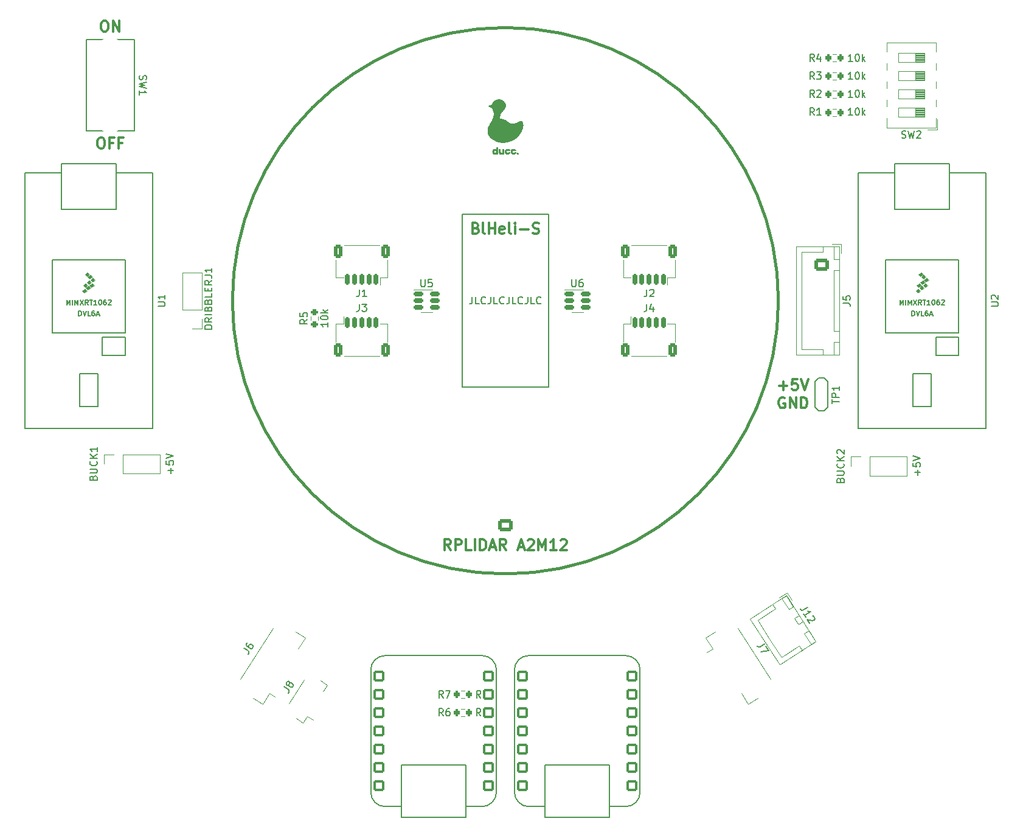
<source format=gto>
%TF.GenerationSoftware,KiCad,Pcbnew,7.0.9*%
%TF.CreationDate,2023-12-19T12:29:38+08:00*%
%TF.ProjectId,layer3,6c617965-7233-42e6-9b69-6361645f7063,rev?*%
%TF.SameCoordinates,Original*%
%TF.FileFunction,Legend,Top*%
%TF.FilePolarity,Positive*%
%FSLAX46Y46*%
G04 Gerber Fmt 4.6, Leading zero omitted, Abs format (unit mm)*
G04 Created by KiCad (PCBNEW 7.0.9) date 2023-12-19 12:29:38*
%MOMM*%
%LPD*%
G01*
G04 APERTURE LIST*
G04 Aperture macros list*
%AMRoundRect*
0 Rectangle with rounded corners*
0 $1 Rounding radius*
0 $2 $3 $4 $5 $6 $7 $8 $9 X,Y pos of 4 corners*
0 Add a 4 corners polygon primitive as box body*
4,1,4,$2,$3,$4,$5,$6,$7,$8,$9,$2,$3,0*
0 Add four circle primitives for the rounded corners*
1,1,$1+$1,$2,$3*
1,1,$1+$1,$4,$5*
1,1,$1+$1,$6,$7*
1,1,$1+$1,$8,$9*
0 Add four rect primitives between the rounded corners*
20,1,$1+$1,$2,$3,$4,$5,0*
20,1,$1+$1,$4,$5,$6,$7,0*
20,1,$1+$1,$6,$7,$8,$9,0*
20,1,$1+$1,$8,$9,$2,$3,0*%
%AMHorizOval*
0 Thick line with rounded ends*
0 $1 width*
0 $2 $3 position (X,Y) of the first rounded end (center of the circle)*
0 $4 $5 position (X,Y) of the second rounded end (center of the circle)*
0 Add line between two ends*
20,1,$1,$2,$3,$4,$5,0*
0 Add two circle primitives to create the rounded ends*
1,1,$1,$2,$3*
1,1,$1,$4,$5*%
G04 Aperture macros list end*
%ADD10C,0.200000*%
%ADD11C,0.400000*%
%ADD12C,0.300000*%
%ADD13C,0.250000*%
%ADD14C,0.150000*%
%ADD15C,0.120000*%
%ADD16C,0.100000*%
%ADD17RoundRect,0.150000X-0.600000X-0.600000X0.600000X-0.600000X0.600000X0.600000X-0.600000X0.600000X0*%
%ADD18RoundRect,0.150000X0.600000X0.600000X-0.600000X0.600000X-0.600000X-0.600000X0.600000X-0.600000X0*%
%ADD19R,1.700000X1.700000*%
%ADD20O,1.700000X1.700000*%
%ADD21C,6.400000*%
%ADD22RoundRect,0.200000X-0.200000X-0.275000X0.200000X-0.275000X0.200000X0.275000X-0.200000X0.275000X0*%
%ADD23RoundRect,0.150000X-0.512500X-0.150000X0.512500X-0.150000X0.512500X0.150000X-0.512500X0.150000X0*%
%ADD24RoundRect,0.200000X0.200000X0.275000X-0.200000X0.275000X-0.200000X-0.275000X0.200000X-0.275000X0*%
%ADD25RoundRect,0.150000X0.444908X-0.463877X0.606980X-0.211424X-0.444908X0.463877X-0.606980X0.211424X0*%
%ADD26RoundRect,0.250000X0.357898X-0.645685X0.736066X-0.056627X-0.357898X0.645685X-0.736066X0.056627X0*%
%ADD27RoundRect,0.150000X0.150000X0.625000X-0.150000X0.625000X-0.150000X-0.625000X0.150000X-0.625000X0*%
%ADD28RoundRect,0.250000X0.350000X0.650000X-0.350000X0.650000X-0.350000X-0.650000X0.350000X-0.650000X0*%
%ADD29RoundRect,0.150000X-0.670094X-0.251942X-0.508021X-0.504395X0.670094X0.251942X0.508021X0.504395X0*%
%ADD30RoundRect,0.250000X-1.102797X-0.410899X-0.832677X-0.831654X1.102797X0.410899X0.832677X0.831654X0*%
%ADD31RoundRect,0.150000X-0.150000X-0.625000X0.150000X-0.625000X0.150000X0.625000X-0.150000X0.625000X0*%
%ADD32RoundRect,0.250000X-0.350000X-0.650000X0.350000X-0.650000X0.350000X0.650000X-0.350000X0.650000X0*%
%ADD33RoundRect,0.150000X0.508021X-0.504395X0.670094X-0.251942X-0.508021X0.504395X-0.670094X0.251942X0*%
%ADD34RoundRect,0.250000X0.832677X-0.831654X1.102797X-0.410899X-0.832677X0.831654X-1.102797X0.410899X0*%
%ADD35C,3.703200*%
%ADD36RoundRect,0.200000X0.275000X-0.200000X0.275000X0.200000X-0.275000X0.200000X-0.275000X-0.200000X0*%
%ADD37C,1.600000*%
%ADD38R,2.440000X1.120000*%
%ADD39RoundRect,0.250000X-0.955277X0.099726X-0.306989X-0.910087X0.955277X-0.099726X0.306989X0.910087X0*%
%ADD40HorizOval,1.700000X-0.126227X-0.081036X0.126227X0.081036X0*%
%ADD41RoundRect,0.250000X-0.725000X0.600000X-0.725000X-0.600000X0.725000X-0.600000X0.725000X0.600000X0*%
%ADD42O,1.950000X1.700000*%
%ADD43C,1.400000*%
%ADD44RoundRect,0.250000X0.750000X-0.600000X0.750000X0.600000X-0.750000X0.600000X-0.750000X-0.600000X0*%
%ADD45O,2.000000X1.700000*%
G04 APERTURE END LIST*
D10*
X99000000Y-93000000D02*
X111000000Y-93000000D01*
X111000000Y-117000000D01*
X99000000Y-117000000D01*
X99000000Y-93000000D01*
D11*
X143000000Y-105000000D02*
G75*
G03*
X143000000Y-105000000I-38000000J0D01*
G01*
D12*
X48571429Y-82305828D02*
X48857143Y-82305828D01*
X48857143Y-82305828D02*
X49000000Y-82377257D01*
X49000000Y-82377257D02*
X49142857Y-82520114D01*
X49142857Y-82520114D02*
X49214286Y-82805828D01*
X49214286Y-82805828D02*
X49214286Y-83305828D01*
X49214286Y-83305828D02*
X49142857Y-83591542D01*
X49142857Y-83591542D02*
X49000000Y-83734400D01*
X49000000Y-83734400D02*
X48857143Y-83805828D01*
X48857143Y-83805828D02*
X48571429Y-83805828D01*
X48571429Y-83805828D02*
X48428572Y-83734400D01*
X48428572Y-83734400D02*
X48285714Y-83591542D01*
X48285714Y-83591542D02*
X48214286Y-83305828D01*
X48214286Y-83305828D02*
X48214286Y-82805828D01*
X48214286Y-82805828D02*
X48285714Y-82520114D01*
X48285714Y-82520114D02*
X48428572Y-82377257D01*
X48428572Y-82377257D02*
X48571429Y-82305828D01*
X50357143Y-83020114D02*
X49857143Y-83020114D01*
X49857143Y-83805828D02*
X49857143Y-82305828D01*
X49857143Y-82305828D02*
X50571429Y-82305828D01*
X51642857Y-83020114D02*
X51142857Y-83020114D01*
X51142857Y-83805828D02*
X51142857Y-82305828D01*
X51142857Y-82305828D02*
X51857143Y-82305828D01*
X100892857Y-94892614D02*
X101107143Y-94964042D01*
X101107143Y-94964042D02*
X101178572Y-95035471D01*
X101178572Y-95035471D02*
X101250000Y-95178328D01*
X101250000Y-95178328D02*
X101250000Y-95392614D01*
X101250000Y-95392614D02*
X101178572Y-95535471D01*
X101178572Y-95535471D02*
X101107143Y-95606900D01*
X101107143Y-95606900D02*
X100964286Y-95678328D01*
X100964286Y-95678328D02*
X100392857Y-95678328D01*
X100392857Y-95678328D02*
X100392857Y-94178328D01*
X100392857Y-94178328D02*
X100892857Y-94178328D01*
X100892857Y-94178328D02*
X101035715Y-94249757D01*
X101035715Y-94249757D02*
X101107143Y-94321185D01*
X101107143Y-94321185D02*
X101178572Y-94464042D01*
X101178572Y-94464042D02*
X101178572Y-94606900D01*
X101178572Y-94606900D02*
X101107143Y-94749757D01*
X101107143Y-94749757D02*
X101035715Y-94821185D01*
X101035715Y-94821185D02*
X100892857Y-94892614D01*
X100892857Y-94892614D02*
X100392857Y-94892614D01*
X102107143Y-95678328D02*
X101964286Y-95606900D01*
X101964286Y-95606900D02*
X101892857Y-95464042D01*
X101892857Y-95464042D02*
X101892857Y-94178328D01*
X102678571Y-95678328D02*
X102678571Y-94178328D01*
X102678571Y-94892614D02*
X103535714Y-94892614D01*
X103535714Y-95678328D02*
X103535714Y-94178328D01*
X104821429Y-95606900D02*
X104678572Y-95678328D01*
X104678572Y-95678328D02*
X104392858Y-95678328D01*
X104392858Y-95678328D02*
X104250000Y-95606900D01*
X104250000Y-95606900D02*
X104178572Y-95464042D01*
X104178572Y-95464042D02*
X104178572Y-94892614D01*
X104178572Y-94892614D02*
X104250000Y-94749757D01*
X104250000Y-94749757D02*
X104392858Y-94678328D01*
X104392858Y-94678328D02*
X104678572Y-94678328D01*
X104678572Y-94678328D02*
X104821429Y-94749757D01*
X104821429Y-94749757D02*
X104892858Y-94892614D01*
X104892858Y-94892614D02*
X104892858Y-95035471D01*
X104892858Y-95035471D02*
X104178572Y-95178328D01*
X105750000Y-95678328D02*
X105607143Y-95606900D01*
X105607143Y-95606900D02*
X105535714Y-95464042D01*
X105535714Y-95464042D02*
X105535714Y-94178328D01*
X106321428Y-95678328D02*
X106321428Y-94678328D01*
X106321428Y-94178328D02*
X106250000Y-94249757D01*
X106250000Y-94249757D02*
X106321428Y-94321185D01*
X106321428Y-94321185D02*
X106392857Y-94249757D01*
X106392857Y-94249757D02*
X106321428Y-94178328D01*
X106321428Y-94178328D02*
X106321428Y-94321185D01*
X107035714Y-95106900D02*
X108178572Y-95106900D01*
X108821429Y-95606900D02*
X109035715Y-95678328D01*
X109035715Y-95678328D02*
X109392857Y-95678328D01*
X109392857Y-95678328D02*
X109535715Y-95606900D01*
X109535715Y-95606900D02*
X109607143Y-95535471D01*
X109607143Y-95535471D02*
X109678572Y-95392614D01*
X109678572Y-95392614D02*
X109678572Y-95249757D01*
X109678572Y-95249757D02*
X109607143Y-95106900D01*
X109607143Y-95106900D02*
X109535715Y-95035471D01*
X109535715Y-95035471D02*
X109392857Y-94964042D01*
X109392857Y-94964042D02*
X109107143Y-94892614D01*
X109107143Y-94892614D02*
X108964286Y-94821185D01*
X108964286Y-94821185D02*
X108892857Y-94749757D01*
X108892857Y-94749757D02*
X108821429Y-94606900D01*
X108821429Y-94606900D02*
X108821429Y-94464042D01*
X108821429Y-94464042D02*
X108892857Y-94321185D01*
X108892857Y-94321185D02*
X108964286Y-94249757D01*
X108964286Y-94249757D02*
X109107143Y-94178328D01*
X109107143Y-94178328D02*
X109464286Y-94178328D01*
X109464286Y-94178328D02*
X109678572Y-94249757D01*
X97392857Y-139678328D02*
X96892857Y-138964042D01*
X96535714Y-139678328D02*
X96535714Y-138178328D01*
X96535714Y-138178328D02*
X97107143Y-138178328D01*
X97107143Y-138178328D02*
X97250000Y-138249757D01*
X97250000Y-138249757D02*
X97321429Y-138321185D01*
X97321429Y-138321185D02*
X97392857Y-138464042D01*
X97392857Y-138464042D02*
X97392857Y-138678328D01*
X97392857Y-138678328D02*
X97321429Y-138821185D01*
X97321429Y-138821185D02*
X97250000Y-138892614D01*
X97250000Y-138892614D02*
X97107143Y-138964042D01*
X97107143Y-138964042D02*
X96535714Y-138964042D01*
X98035714Y-139678328D02*
X98035714Y-138178328D01*
X98035714Y-138178328D02*
X98607143Y-138178328D01*
X98607143Y-138178328D02*
X98750000Y-138249757D01*
X98750000Y-138249757D02*
X98821429Y-138321185D01*
X98821429Y-138321185D02*
X98892857Y-138464042D01*
X98892857Y-138464042D02*
X98892857Y-138678328D01*
X98892857Y-138678328D02*
X98821429Y-138821185D01*
X98821429Y-138821185D02*
X98750000Y-138892614D01*
X98750000Y-138892614D02*
X98607143Y-138964042D01*
X98607143Y-138964042D02*
X98035714Y-138964042D01*
X100250000Y-139678328D02*
X99535714Y-139678328D01*
X99535714Y-139678328D02*
X99535714Y-138178328D01*
X100750000Y-139678328D02*
X100750000Y-138178328D01*
X101464286Y-139678328D02*
X101464286Y-138178328D01*
X101464286Y-138178328D02*
X101821429Y-138178328D01*
X101821429Y-138178328D02*
X102035715Y-138249757D01*
X102035715Y-138249757D02*
X102178572Y-138392614D01*
X102178572Y-138392614D02*
X102250001Y-138535471D01*
X102250001Y-138535471D02*
X102321429Y-138821185D01*
X102321429Y-138821185D02*
X102321429Y-139035471D01*
X102321429Y-139035471D02*
X102250001Y-139321185D01*
X102250001Y-139321185D02*
X102178572Y-139464042D01*
X102178572Y-139464042D02*
X102035715Y-139606900D01*
X102035715Y-139606900D02*
X101821429Y-139678328D01*
X101821429Y-139678328D02*
X101464286Y-139678328D01*
X102892858Y-139249757D02*
X103607144Y-139249757D01*
X102750001Y-139678328D02*
X103250001Y-138178328D01*
X103250001Y-138178328D02*
X103750001Y-139678328D01*
X105107143Y-139678328D02*
X104607143Y-138964042D01*
X104250000Y-139678328D02*
X104250000Y-138178328D01*
X104250000Y-138178328D02*
X104821429Y-138178328D01*
X104821429Y-138178328D02*
X104964286Y-138249757D01*
X104964286Y-138249757D02*
X105035715Y-138321185D01*
X105035715Y-138321185D02*
X105107143Y-138464042D01*
X105107143Y-138464042D02*
X105107143Y-138678328D01*
X105107143Y-138678328D02*
X105035715Y-138821185D01*
X105035715Y-138821185D02*
X104964286Y-138892614D01*
X104964286Y-138892614D02*
X104821429Y-138964042D01*
X104821429Y-138964042D02*
X104250000Y-138964042D01*
X106821429Y-139249757D02*
X107535715Y-139249757D01*
X106678572Y-139678328D02*
X107178572Y-138178328D01*
X107178572Y-138178328D02*
X107678572Y-139678328D01*
X108107143Y-138321185D02*
X108178571Y-138249757D01*
X108178571Y-138249757D02*
X108321429Y-138178328D01*
X108321429Y-138178328D02*
X108678571Y-138178328D01*
X108678571Y-138178328D02*
X108821429Y-138249757D01*
X108821429Y-138249757D02*
X108892857Y-138321185D01*
X108892857Y-138321185D02*
X108964286Y-138464042D01*
X108964286Y-138464042D02*
X108964286Y-138606900D01*
X108964286Y-138606900D02*
X108892857Y-138821185D01*
X108892857Y-138821185D02*
X108035714Y-139678328D01*
X108035714Y-139678328D02*
X108964286Y-139678328D01*
X109607142Y-139678328D02*
X109607142Y-138178328D01*
X109607142Y-138178328D02*
X110107142Y-139249757D01*
X110107142Y-139249757D02*
X110607142Y-138178328D01*
X110607142Y-138178328D02*
X110607142Y-139678328D01*
X112107143Y-139678328D02*
X111250000Y-139678328D01*
X111678571Y-139678328D02*
X111678571Y-138178328D01*
X111678571Y-138178328D02*
X111535714Y-138392614D01*
X111535714Y-138392614D02*
X111392857Y-138535471D01*
X111392857Y-138535471D02*
X111250000Y-138606900D01*
X112678571Y-138321185D02*
X112749999Y-138249757D01*
X112749999Y-138249757D02*
X112892857Y-138178328D01*
X112892857Y-138178328D02*
X113249999Y-138178328D01*
X113249999Y-138178328D02*
X113392857Y-138249757D01*
X113392857Y-138249757D02*
X113464285Y-138321185D01*
X113464285Y-138321185D02*
X113535714Y-138464042D01*
X113535714Y-138464042D02*
X113535714Y-138606900D01*
X113535714Y-138606900D02*
X113464285Y-138821185D01*
X113464285Y-138821185D02*
X112607142Y-139678328D01*
X112607142Y-139678328D02*
X113535714Y-139678328D01*
X143874060Y-118499757D02*
X143731203Y-118428328D01*
X143731203Y-118428328D02*
X143516917Y-118428328D01*
X143516917Y-118428328D02*
X143302631Y-118499757D01*
X143302631Y-118499757D02*
X143159774Y-118642614D01*
X143159774Y-118642614D02*
X143088345Y-118785471D01*
X143088345Y-118785471D02*
X143016917Y-119071185D01*
X143016917Y-119071185D02*
X143016917Y-119285471D01*
X143016917Y-119285471D02*
X143088345Y-119571185D01*
X143088345Y-119571185D02*
X143159774Y-119714042D01*
X143159774Y-119714042D02*
X143302631Y-119856900D01*
X143302631Y-119856900D02*
X143516917Y-119928328D01*
X143516917Y-119928328D02*
X143659774Y-119928328D01*
X143659774Y-119928328D02*
X143874060Y-119856900D01*
X143874060Y-119856900D02*
X143945488Y-119785471D01*
X143945488Y-119785471D02*
X143945488Y-119285471D01*
X143945488Y-119285471D02*
X143659774Y-119285471D01*
X144588345Y-119928328D02*
X144588345Y-118428328D01*
X144588345Y-118428328D02*
X145445488Y-119928328D01*
X145445488Y-119928328D02*
X145445488Y-118428328D01*
X146159774Y-119928328D02*
X146159774Y-118428328D01*
X146159774Y-118428328D02*
X146516917Y-118428328D01*
X146516917Y-118428328D02*
X146731203Y-118499757D01*
X146731203Y-118499757D02*
X146874060Y-118642614D01*
X146874060Y-118642614D02*
X146945489Y-118785471D01*
X146945489Y-118785471D02*
X147016917Y-119071185D01*
X147016917Y-119071185D02*
X147016917Y-119285471D01*
X147016917Y-119285471D02*
X146945489Y-119571185D01*
X146945489Y-119571185D02*
X146874060Y-119714042D01*
X146874060Y-119714042D02*
X146731203Y-119856900D01*
X146731203Y-119856900D02*
X146516917Y-119928328D01*
X146516917Y-119928328D02*
X146159774Y-119928328D01*
D10*
X100380951Y-104452219D02*
X100380951Y-105166504D01*
X100380951Y-105166504D02*
X100333332Y-105309361D01*
X100333332Y-105309361D02*
X100238094Y-105404600D01*
X100238094Y-105404600D02*
X100095237Y-105452219D01*
X100095237Y-105452219D02*
X99999999Y-105452219D01*
X101333332Y-105452219D02*
X100857142Y-105452219D01*
X100857142Y-105452219D02*
X100857142Y-104452219D01*
X102238094Y-105356980D02*
X102190475Y-105404600D01*
X102190475Y-105404600D02*
X102047618Y-105452219D01*
X102047618Y-105452219D02*
X101952380Y-105452219D01*
X101952380Y-105452219D02*
X101809523Y-105404600D01*
X101809523Y-105404600D02*
X101714285Y-105309361D01*
X101714285Y-105309361D02*
X101666666Y-105214123D01*
X101666666Y-105214123D02*
X101619047Y-105023647D01*
X101619047Y-105023647D02*
X101619047Y-104880790D01*
X101619047Y-104880790D02*
X101666666Y-104690314D01*
X101666666Y-104690314D02*
X101714285Y-104595076D01*
X101714285Y-104595076D02*
X101809523Y-104499838D01*
X101809523Y-104499838D02*
X101952380Y-104452219D01*
X101952380Y-104452219D02*
X102047618Y-104452219D01*
X102047618Y-104452219D02*
X102190475Y-104499838D01*
X102190475Y-104499838D02*
X102238094Y-104547457D01*
X102952380Y-104452219D02*
X102952380Y-105166504D01*
X102952380Y-105166504D02*
X102904761Y-105309361D01*
X102904761Y-105309361D02*
X102809523Y-105404600D01*
X102809523Y-105404600D02*
X102666666Y-105452219D01*
X102666666Y-105452219D02*
X102571428Y-105452219D01*
X103904761Y-105452219D02*
X103428571Y-105452219D01*
X103428571Y-105452219D02*
X103428571Y-104452219D01*
X104809523Y-105356980D02*
X104761904Y-105404600D01*
X104761904Y-105404600D02*
X104619047Y-105452219D01*
X104619047Y-105452219D02*
X104523809Y-105452219D01*
X104523809Y-105452219D02*
X104380952Y-105404600D01*
X104380952Y-105404600D02*
X104285714Y-105309361D01*
X104285714Y-105309361D02*
X104238095Y-105214123D01*
X104238095Y-105214123D02*
X104190476Y-105023647D01*
X104190476Y-105023647D02*
X104190476Y-104880790D01*
X104190476Y-104880790D02*
X104238095Y-104690314D01*
X104238095Y-104690314D02*
X104285714Y-104595076D01*
X104285714Y-104595076D02*
X104380952Y-104499838D01*
X104380952Y-104499838D02*
X104523809Y-104452219D01*
X104523809Y-104452219D02*
X104619047Y-104452219D01*
X104619047Y-104452219D02*
X104761904Y-104499838D01*
X104761904Y-104499838D02*
X104809523Y-104547457D01*
X105523809Y-104452219D02*
X105523809Y-105166504D01*
X105523809Y-105166504D02*
X105476190Y-105309361D01*
X105476190Y-105309361D02*
X105380952Y-105404600D01*
X105380952Y-105404600D02*
X105238095Y-105452219D01*
X105238095Y-105452219D02*
X105142857Y-105452219D01*
X106476190Y-105452219D02*
X106000000Y-105452219D01*
X106000000Y-105452219D02*
X106000000Y-104452219D01*
X107380952Y-105356980D02*
X107333333Y-105404600D01*
X107333333Y-105404600D02*
X107190476Y-105452219D01*
X107190476Y-105452219D02*
X107095238Y-105452219D01*
X107095238Y-105452219D02*
X106952381Y-105404600D01*
X106952381Y-105404600D02*
X106857143Y-105309361D01*
X106857143Y-105309361D02*
X106809524Y-105214123D01*
X106809524Y-105214123D02*
X106761905Y-105023647D01*
X106761905Y-105023647D02*
X106761905Y-104880790D01*
X106761905Y-104880790D02*
X106809524Y-104690314D01*
X106809524Y-104690314D02*
X106857143Y-104595076D01*
X106857143Y-104595076D02*
X106952381Y-104499838D01*
X106952381Y-104499838D02*
X107095238Y-104452219D01*
X107095238Y-104452219D02*
X107190476Y-104452219D01*
X107190476Y-104452219D02*
X107333333Y-104499838D01*
X107333333Y-104499838D02*
X107380952Y-104547457D01*
X108095238Y-104452219D02*
X108095238Y-105166504D01*
X108095238Y-105166504D02*
X108047619Y-105309361D01*
X108047619Y-105309361D02*
X107952381Y-105404600D01*
X107952381Y-105404600D02*
X107809524Y-105452219D01*
X107809524Y-105452219D02*
X107714286Y-105452219D01*
X109047619Y-105452219D02*
X108571429Y-105452219D01*
X108571429Y-105452219D02*
X108571429Y-104452219D01*
X109952381Y-105356980D02*
X109904762Y-105404600D01*
X109904762Y-105404600D02*
X109761905Y-105452219D01*
X109761905Y-105452219D02*
X109666667Y-105452219D01*
X109666667Y-105452219D02*
X109523810Y-105404600D01*
X109523810Y-105404600D02*
X109428572Y-105309361D01*
X109428572Y-105309361D02*
X109380953Y-105214123D01*
X109380953Y-105214123D02*
X109333334Y-105023647D01*
X109333334Y-105023647D02*
X109333334Y-104880790D01*
X109333334Y-104880790D02*
X109380953Y-104690314D01*
X109380953Y-104690314D02*
X109428572Y-104595076D01*
X109428572Y-104595076D02*
X109523810Y-104499838D01*
X109523810Y-104499838D02*
X109666667Y-104452219D01*
X109666667Y-104452219D02*
X109761905Y-104452219D01*
X109761905Y-104452219D02*
X109904762Y-104499838D01*
X109904762Y-104499838D02*
X109952381Y-104547457D01*
D12*
X49071428Y-66050828D02*
X49357142Y-66050828D01*
X49357142Y-66050828D02*
X49499999Y-66122257D01*
X49499999Y-66122257D02*
X49642856Y-66265114D01*
X49642856Y-66265114D02*
X49714285Y-66550828D01*
X49714285Y-66550828D02*
X49714285Y-67050828D01*
X49714285Y-67050828D02*
X49642856Y-67336542D01*
X49642856Y-67336542D02*
X49499999Y-67479400D01*
X49499999Y-67479400D02*
X49357142Y-67550828D01*
X49357142Y-67550828D02*
X49071428Y-67550828D01*
X49071428Y-67550828D02*
X48928571Y-67479400D01*
X48928571Y-67479400D02*
X48785713Y-67336542D01*
X48785713Y-67336542D02*
X48714285Y-67050828D01*
X48714285Y-67050828D02*
X48714285Y-66550828D01*
X48714285Y-66550828D02*
X48785713Y-66265114D01*
X48785713Y-66265114D02*
X48928571Y-66122257D01*
X48928571Y-66122257D02*
X49071428Y-66050828D01*
X50357142Y-67550828D02*
X50357142Y-66050828D01*
X50357142Y-66050828D02*
X51214285Y-67550828D01*
X51214285Y-67550828D02*
X51214285Y-66050828D01*
D13*
G36*
X103966608Y-84665000D02*
G01*
X103727739Y-84665000D01*
X103707443Y-84597035D01*
X103700763Y-84605068D01*
X103691644Y-84614808D01*
X103682064Y-84623875D01*
X103672021Y-84632271D01*
X103661517Y-84639995D01*
X103650551Y-84647048D01*
X103639123Y-84653428D01*
X103627233Y-84659138D01*
X103614882Y-84664175D01*
X103602068Y-84668541D01*
X103588793Y-84672235D01*
X103575057Y-84675258D01*
X103560858Y-84677609D01*
X103546198Y-84679288D01*
X103531076Y-84680295D01*
X103515492Y-84680631D01*
X103496295Y-84680222D01*
X103477600Y-84678994D01*
X103459407Y-84676947D01*
X103441715Y-84674082D01*
X103424526Y-84670399D01*
X103407838Y-84665896D01*
X103391652Y-84660575D01*
X103375968Y-84654436D01*
X103360786Y-84647478D01*
X103346106Y-84639701D01*
X103331927Y-84631106D01*
X103318250Y-84621692D01*
X103305076Y-84611460D01*
X103292403Y-84600409D01*
X103280232Y-84588539D01*
X103268562Y-84575851D01*
X103257501Y-84562365D01*
X103247153Y-84548164D01*
X103237519Y-84533247D01*
X103228598Y-84517614D01*
X103220391Y-84501266D01*
X103212898Y-84484203D01*
X103206118Y-84466423D01*
X103200052Y-84447929D01*
X103197287Y-84438413D01*
X103194700Y-84428718D01*
X103192291Y-84418845D01*
X103190061Y-84408793D01*
X103188009Y-84398561D01*
X103186136Y-84388151D01*
X103184441Y-84377562D01*
X103182925Y-84366794D01*
X103181587Y-84355847D01*
X103180427Y-84344722D01*
X103179446Y-84333417D01*
X103178643Y-84321934D01*
X103178018Y-84310271D01*
X103177572Y-84298430D01*
X103177305Y-84286410D01*
X103177216Y-84274211D01*
X103446127Y-84274211D01*
X103446430Y-84288225D01*
X103447338Y-84301600D01*
X103448851Y-84314334D01*
X103450970Y-84326429D01*
X103453694Y-84337885D01*
X103457023Y-84348700D01*
X103460958Y-84358876D01*
X103465498Y-84368412D01*
X103470644Y-84377309D01*
X103476395Y-84385566D01*
X103480565Y-84390715D01*
X103489526Y-84400046D01*
X103499189Y-84408132D01*
X103509554Y-84414975D01*
X103520621Y-84420573D01*
X103532390Y-84424928D01*
X103544862Y-84428038D01*
X103554677Y-84429554D01*
X103564886Y-84430371D01*
X103571912Y-84430526D01*
X103582341Y-84430176D01*
X103592380Y-84429127D01*
X103602028Y-84427377D01*
X103614284Y-84423956D01*
X103625845Y-84419290D01*
X103636712Y-84413381D01*
X103646884Y-84406227D01*
X103656362Y-84397830D01*
X103663015Y-84390715D01*
X103669213Y-84382884D01*
X103674801Y-84374414D01*
X103679780Y-84365305D01*
X103684149Y-84355555D01*
X103687909Y-84345166D01*
X103691059Y-84334137D01*
X103693599Y-84322469D01*
X103695529Y-84310160D01*
X103696850Y-84297212D01*
X103697562Y-84283625D01*
X103697697Y-84274211D01*
X103697392Y-84260199D01*
X103696478Y-84246831D01*
X103694954Y-84234107D01*
X103692820Y-84222027D01*
X103690076Y-84210591D01*
X103686723Y-84199799D01*
X103682761Y-84189651D01*
X103678188Y-84180147D01*
X103673006Y-84171287D01*
X103667214Y-84163071D01*
X103663015Y-84157951D01*
X103656362Y-84150793D01*
X103646884Y-84142344D01*
X103636712Y-84135146D01*
X103625845Y-84129200D01*
X103614284Y-84124506D01*
X103602028Y-84121064D01*
X103592380Y-84119304D01*
X103582341Y-84118248D01*
X103571912Y-84117896D01*
X103561439Y-84118248D01*
X103551361Y-84119304D01*
X103541678Y-84121064D01*
X103529382Y-84124506D01*
X103517788Y-84129200D01*
X103506897Y-84135146D01*
X103496707Y-84142344D01*
X103487220Y-84150793D01*
X103480565Y-84157951D01*
X103474411Y-84165738D01*
X103468862Y-84174169D01*
X103463918Y-84183243D01*
X103459579Y-84192962D01*
X103455846Y-84203325D01*
X103452719Y-84214331D01*
X103450196Y-84225982D01*
X103448279Y-84238277D01*
X103446968Y-84251215D01*
X103446261Y-84264798D01*
X103446127Y-84274211D01*
X103177216Y-84274211D01*
X103177305Y-84262012D01*
X103177572Y-84249993D01*
X103178018Y-84238153D01*
X103178643Y-84226492D01*
X103179446Y-84215011D01*
X103180427Y-84203709D01*
X103181587Y-84192586D01*
X103182925Y-84181643D01*
X103184441Y-84170879D01*
X103186136Y-84160295D01*
X103188009Y-84149889D01*
X103190061Y-84139664D01*
X103192291Y-84129617D01*
X103194700Y-84119750D01*
X103197287Y-84110063D01*
X103200052Y-84100554D01*
X103202996Y-84091225D01*
X103209419Y-84073106D01*
X103216555Y-84055703D01*
X103224405Y-84039018D01*
X103232969Y-84023051D01*
X103242247Y-84007801D01*
X103252238Y-83993269D01*
X103262942Y-83979454D01*
X103268562Y-83972815D01*
X103280232Y-83960097D01*
X103292403Y-83948200D01*
X103305076Y-83937123D01*
X103318250Y-83926867D01*
X103331927Y-83917431D01*
X103346106Y-83908816D01*
X103360786Y-83901021D01*
X103375968Y-83894047D01*
X103391652Y-83887893D01*
X103407838Y-83882560D01*
X103424526Y-83878047D01*
X103441715Y-83874355D01*
X103459407Y-83871483D01*
X103477600Y-83869432D01*
X103496295Y-83868201D01*
X103515492Y-83867791D01*
X103525801Y-83867982D01*
X103536028Y-83868555D01*
X103546174Y-83869510D01*
X103556238Y-83870848D01*
X103566221Y-83872567D01*
X103576122Y-83874669D01*
X103585942Y-83877152D01*
X103595680Y-83880018D01*
X103605336Y-83883266D01*
X103614911Y-83886896D01*
X103621249Y-83889528D01*
X103630590Y-83893712D01*
X103639561Y-83898109D01*
X103650949Y-83904307D01*
X103661681Y-83910886D01*
X103671756Y-83917847D01*
X103681174Y-83925190D01*
X103689937Y-83932914D01*
X103698042Y-83941020D01*
X103698418Y-83941434D01*
X103697697Y-83664581D01*
X103966608Y-83664581D01*
X103966608Y-84665000D01*
G37*
G36*
X104369365Y-84680631D02*
G01*
X104356681Y-84680354D01*
X104344091Y-84679523D01*
X104331596Y-84678139D01*
X104319196Y-84676200D01*
X104306890Y-84673708D01*
X104294678Y-84670662D01*
X104282561Y-84667062D01*
X104270538Y-84662908D01*
X104258610Y-84658201D01*
X104246776Y-84652939D01*
X104238939Y-84649124D01*
X104227446Y-84642870D01*
X104216322Y-84635926D01*
X104205567Y-84628290D01*
X104195182Y-84619963D01*
X104185165Y-84610945D01*
X104175518Y-84601236D01*
X104166240Y-84590835D01*
X104157332Y-84579743D01*
X104148792Y-84567960D01*
X104143304Y-84559721D01*
X104137981Y-84551174D01*
X104135380Y-84546786D01*
X104130411Y-84537784D01*
X104125763Y-84528487D01*
X104121435Y-84518894D01*
X104117428Y-84509005D01*
X104113742Y-84498820D01*
X104110376Y-84488339D01*
X104107330Y-84477563D01*
X104104606Y-84466491D01*
X104102201Y-84455123D01*
X104100118Y-84443460D01*
X104098355Y-84431500D01*
X104096912Y-84419245D01*
X104095790Y-84406695D01*
X104094989Y-84393848D01*
X104094508Y-84380706D01*
X104094347Y-84367267D01*
X104094347Y-83883422D01*
X104363259Y-83883422D01*
X104363259Y-84319152D01*
X104363499Y-84329093D01*
X104364568Y-84341647D01*
X104366491Y-84353399D01*
X104369269Y-84364350D01*
X104372903Y-84374499D01*
X104377391Y-84383847D01*
X104382733Y-84392394D01*
X104388931Y-84400139D01*
X104390614Y-84401950D01*
X104397762Y-84408648D01*
X104407566Y-84415764D01*
X104418336Y-84421485D01*
X104427648Y-84425057D01*
X104437578Y-84427736D01*
X104448126Y-84429522D01*
X104459293Y-84430415D01*
X104465108Y-84430526D01*
X104476572Y-84430080D01*
X104487395Y-84428740D01*
X104497577Y-84426508D01*
X104507118Y-84423382D01*
X104518142Y-84418220D01*
X104528165Y-84411661D01*
X104537185Y-84403708D01*
X104538869Y-84401950D01*
X104545166Y-84394405D01*
X104550624Y-84386059D01*
X104555241Y-84376911D01*
X104559019Y-84366962D01*
X104561958Y-84356212D01*
X104564057Y-84344660D01*
X104565316Y-84332306D01*
X104565710Y-84322515D01*
X104565736Y-84319152D01*
X104565736Y-83883422D01*
X104834403Y-83883422D01*
X104834403Y-84665000D01*
X104595778Y-84665000D01*
X104574529Y-84594658D01*
X104576971Y-84594658D01*
X104566744Y-84605068D01*
X104556150Y-84614808D01*
X104545189Y-84623875D01*
X104533862Y-84632271D01*
X104522169Y-84639995D01*
X104510110Y-84647048D01*
X104497684Y-84653428D01*
X104484892Y-84659138D01*
X104471733Y-84664175D01*
X104458208Y-84668541D01*
X104444317Y-84672235D01*
X104430059Y-84675258D01*
X104415435Y-84677609D01*
X104400445Y-84679288D01*
X104385088Y-84680295D01*
X104369365Y-84680631D01*
G37*
G36*
X105321668Y-84680631D02*
G01*
X105309922Y-84680528D01*
X105298344Y-84680219D01*
X105286936Y-84679704D01*
X105275697Y-84678982D01*
X105264626Y-84678055D01*
X105253724Y-84676922D01*
X105242991Y-84675582D01*
X105232427Y-84674036D01*
X105222032Y-84672285D01*
X105211806Y-84670327D01*
X105201749Y-84668163D01*
X105191860Y-84665793D01*
X105182141Y-84663217D01*
X105172590Y-84660435D01*
X105163208Y-84657447D01*
X105144951Y-84650852D01*
X105127369Y-84643434D01*
X105110463Y-84635190D01*
X105094232Y-84626123D01*
X105078677Y-84616231D01*
X105063797Y-84605515D01*
X105049593Y-84593974D01*
X105036064Y-84581610D01*
X105029553Y-84575118D01*
X105017131Y-84561578D01*
X105005511Y-84547336D01*
X104994691Y-84532391D01*
X104984674Y-84516744D01*
X104975457Y-84500395D01*
X104967042Y-84483344D01*
X104959429Y-84465590D01*
X104955923Y-84456450D01*
X104952617Y-84447135D01*
X104949511Y-84437644D01*
X104946606Y-84427977D01*
X104943901Y-84418135D01*
X104941397Y-84408117D01*
X104939093Y-84397924D01*
X104936989Y-84387555D01*
X104935086Y-84377010D01*
X104933383Y-84366290D01*
X104931880Y-84355395D01*
X104930578Y-84344324D01*
X104929476Y-84333077D01*
X104928574Y-84321655D01*
X104927873Y-84310057D01*
X104927372Y-84298284D01*
X104927071Y-84286335D01*
X104926971Y-84274211D01*
X104927071Y-84262087D01*
X104927372Y-84250138D01*
X104927873Y-84238364D01*
X104928574Y-84226767D01*
X104929476Y-84215345D01*
X104930578Y-84204098D01*
X104931880Y-84193027D01*
X104933383Y-84182131D01*
X104935086Y-84171411D01*
X104936989Y-84160867D01*
X104939093Y-84150498D01*
X104941397Y-84140305D01*
X104943901Y-84130287D01*
X104946606Y-84120445D01*
X104949511Y-84110778D01*
X104952617Y-84101287D01*
X104955923Y-84091971D01*
X104959429Y-84082831D01*
X104967042Y-84065078D01*
X104975457Y-84048027D01*
X104984674Y-84031678D01*
X104994691Y-84016031D01*
X105005511Y-84001086D01*
X105017131Y-83986844D01*
X105029553Y-83973304D01*
X105042744Y-83960527D01*
X105056611Y-83948574D01*
X105071153Y-83937446D01*
X105086370Y-83927142D01*
X105102263Y-83917662D01*
X105118832Y-83909007D01*
X105136076Y-83901176D01*
X105153995Y-83894169D01*
X105172590Y-83887987D01*
X105182141Y-83885205D01*
X105191860Y-83882629D01*
X105201749Y-83880259D01*
X105211806Y-83878095D01*
X105222032Y-83876137D01*
X105232427Y-83874385D01*
X105242991Y-83872840D01*
X105253724Y-83871500D01*
X105264626Y-83870367D01*
X105275697Y-83869439D01*
X105286936Y-83868718D01*
X105298344Y-83868203D01*
X105309922Y-83867894D01*
X105321668Y-83867791D01*
X105336568Y-83867977D01*
X105351168Y-83868535D01*
X105365465Y-83869465D01*
X105379462Y-83870768D01*
X105393156Y-83872442D01*
X105406550Y-83874488D01*
X105419642Y-83876907D01*
X105432432Y-83879698D01*
X105444921Y-83882860D01*
X105457108Y-83886395D01*
X105468994Y-83890302D01*
X105480578Y-83894581D01*
X105491861Y-83899232D01*
X105502842Y-83904256D01*
X105513522Y-83909651D01*
X105523901Y-83915418D01*
X105533975Y-83921468D01*
X105543742Y-83927710D01*
X105553201Y-83934146D01*
X105562354Y-83940774D01*
X105571199Y-83947594D01*
X105579737Y-83954608D01*
X105587968Y-83961814D01*
X105595891Y-83969213D01*
X105603508Y-83976804D01*
X105610817Y-83984589D01*
X105617819Y-83992566D01*
X105624514Y-84000735D01*
X105630901Y-84009098D01*
X105636981Y-84017653D01*
X105642755Y-84026401D01*
X105648220Y-84035341D01*
X105653416Y-84044441D01*
X105658379Y-84053667D01*
X105663110Y-84063019D01*
X105667607Y-84072497D01*
X105671872Y-84082101D01*
X105675904Y-84091830D01*
X105679703Y-84101686D01*
X105683269Y-84111667D01*
X105686603Y-84121775D01*
X105689704Y-84132008D01*
X105692571Y-84142368D01*
X105695207Y-84152853D01*
X105697609Y-84163464D01*
X105699779Y-84174201D01*
X105701715Y-84185064D01*
X105703419Y-84196053D01*
X105435973Y-84196053D01*
X105431306Y-84186093D01*
X105426341Y-84176850D01*
X105421078Y-84168324D01*
X105414081Y-84158676D01*
X105406619Y-84150149D01*
X105398692Y-84142743D01*
X105390300Y-84136458D01*
X105381174Y-84131110D01*
X105371047Y-84126669D01*
X105359917Y-84123134D01*
X105350293Y-84120959D01*
X105340027Y-84119364D01*
X105329120Y-84118349D01*
X105317572Y-84117914D01*
X105314585Y-84117896D01*
X105302037Y-84118521D01*
X105290038Y-84120399D01*
X105278589Y-84123528D01*
X105267690Y-84127909D01*
X105257340Y-84133542D01*
X105247540Y-84140427D01*
X105238289Y-84148563D01*
X105229588Y-84157951D01*
X105223565Y-84165738D01*
X105218134Y-84174169D01*
X105213295Y-84183243D01*
X105209049Y-84192962D01*
X105205395Y-84203325D01*
X105202334Y-84214331D01*
X105199865Y-84225982D01*
X105197989Y-84238277D01*
X105196706Y-84251215D01*
X105196014Y-84264798D01*
X105195883Y-84274211D01*
X105196179Y-84288225D01*
X105197068Y-84301600D01*
X105198549Y-84314334D01*
X105200622Y-84326429D01*
X105203289Y-84337885D01*
X105206547Y-84348700D01*
X105210398Y-84358876D01*
X105214842Y-84368412D01*
X105219878Y-84377309D01*
X105225507Y-84385566D01*
X105229588Y-84390715D01*
X105238289Y-84400046D01*
X105247540Y-84408132D01*
X105257340Y-84414975D01*
X105267690Y-84420573D01*
X105278589Y-84424928D01*
X105290038Y-84428038D01*
X105302037Y-84429904D01*
X105314585Y-84430526D01*
X105326293Y-84430240D01*
X105337360Y-84429381D01*
X105347786Y-84427950D01*
X105357571Y-84425947D01*
X105368901Y-84422637D01*
X105379229Y-84418433D01*
X105388555Y-84413335D01*
X105390300Y-84412208D01*
X105398692Y-84405853D01*
X105406619Y-84398388D01*
X105414081Y-84389815D01*
X105421078Y-84380132D01*
X105426341Y-84371588D01*
X105431306Y-84362333D01*
X105435973Y-84352369D01*
X105703419Y-84352369D01*
X105701715Y-84363358D01*
X105699779Y-84374221D01*
X105697609Y-84384958D01*
X105695207Y-84395569D01*
X105692571Y-84406054D01*
X105689704Y-84416414D01*
X105686603Y-84426647D01*
X105683269Y-84436755D01*
X105679703Y-84446736D01*
X105675904Y-84456592D01*
X105671872Y-84466321D01*
X105667607Y-84475925D01*
X105663110Y-84485403D01*
X105658379Y-84494755D01*
X105653416Y-84503980D01*
X105648220Y-84513080D01*
X105642755Y-84522021D01*
X105636981Y-84530769D01*
X105630901Y-84539324D01*
X105624514Y-84547687D01*
X105617819Y-84555856D01*
X105610817Y-84563833D01*
X105603508Y-84571618D01*
X105595891Y-84579209D01*
X105587968Y-84586608D01*
X105579737Y-84593814D01*
X105571199Y-84600828D01*
X105562354Y-84607648D01*
X105553201Y-84614276D01*
X105543742Y-84620711D01*
X105533975Y-84626954D01*
X105523901Y-84633004D01*
X105513522Y-84638771D01*
X105502842Y-84644166D01*
X105491861Y-84649190D01*
X105480578Y-84653841D01*
X105468994Y-84658120D01*
X105457108Y-84662027D01*
X105444921Y-84665561D01*
X105432432Y-84668724D01*
X105419642Y-84671515D01*
X105406550Y-84673933D01*
X105393156Y-84675980D01*
X105379462Y-84677654D01*
X105365465Y-84678957D01*
X105351168Y-84679887D01*
X105336568Y-84680445D01*
X105321668Y-84680631D01*
G37*
G36*
X106133531Y-84680631D02*
G01*
X106121785Y-84680528D01*
X106110208Y-84680219D01*
X106098799Y-84679704D01*
X106087560Y-84678982D01*
X106076489Y-84678055D01*
X106065588Y-84676922D01*
X106054855Y-84675582D01*
X106044291Y-84674036D01*
X106033896Y-84672285D01*
X106023669Y-84670327D01*
X106013612Y-84668163D01*
X106003723Y-84665793D01*
X105994004Y-84663217D01*
X105984453Y-84660435D01*
X105975071Y-84657447D01*
X105956814Y-84650852D01*
X105939232Y-84643434D01*
X105922326Y-84635190D01*
X105906096Y-84626123D01*
X105890540Y-84616231D01*
X105875661Y-84605515D01*
X105861456Y-84593974D01*
X105847928Y-84581610D01*
X105841416Y-84575118D01*
X105828994Y-84561578D01*
X105817374Y-84547336D01*
X105806555Y-84532391D01*
X105796537Y-84516744D01*
X105787321Y-84500395D01*
X105778906Y-84483344D01*
X105771292Y-84465590D01*
X105767786Y-84456450D01*
X105764480Y-84447135D01*
X105761374Y-84437644D01*
X105758469Y-84427977D01*
X105755765Y-84418135D01*
X105753260Y-84408117D01*
X105750956Y-84397924D01*
X105748852Y-84387555D01*
X105746949Y-84377010D01*
X105745246Y-84366290D01*
X105743743Y-84355395D01*
X105742441Y-84344324D01*
X105741339Y-84333077D01*
X105740437Y-84321655D01*
X105739736Y-84310057D01*
X105739235Y-84298284D01*
X105738935Y-84286335D01*
X105738834Y-84274211D01*
X105738935Y-84262087D01*
X105739235Y-84250138D01*
X105739736Y-84238364D01*
X105740437Y-84226767D01*
X105741339Y-84215345D01*
X105742441Y-84204098D01*
X105743743Y-84193027D01*
X105745246Y-84182131D01*
X105746949Y-84171411D01*
X105748852Y-84160867D01*
X105750956Y-84150498D01*
X105753260Y-84140305D01*
X105755765Y-84130287D01*
X105758469Y-84120445D01*
X105761374Y-84110778D01*
X105764480Y-84101287D01*
X105767786Y-84091971D01*
X105771292Y-84082831D01*
X105778906Y-84065078D01*
X105787321Y-84048027D01*
X105796537Y-84031678D01*
X105806555Y-84016031D01*
X105817374Y-84001086D01*
X105828994Y-83986844D01*
X105841416Y-83973304D01*
X105854608Y-83960527D01*
X105868474Y-83948574D01*
X105883016Y-83937446D01*
X105898233Y-83927142D01*
X105914126Y-83917662D01*
X105930695Y-83909007D01*
X105947939Y-83901176D01*
X105965858Y-83894169D01*
X105984453Y-83887987D01*
X105994004Y-83885205D01*
X106003723Y-83882629D01*
X106013612Y-83880259D01*
X106023669Y-83878095D01*
X106033896Y-83876137D01*
X106044291Y-83874385D01*
X106054855Y-83872840D01*
X106065588Y-83871500D01*
X106076489Y-83870367D01*
X106087560Y-83869439D01*
X106098799Y-83868718D01*
X106110208Y-83868203D01*
X106121785Y-83867894D01*
X106133531Y-83867791D01*
X106148432Y-83867977D01*
X106163031Y-83868535D01*
X106177329Y-83869465D01*
X106191325Y-83870768D01*
X106205020Y-83872442D01*
X106218413Y-83874488D01*
X106231505Y-83876907D01*
X106244295Y-83879698D01*
X106256784Y-83882860D01*
X106268971Y-83886395D01*
X106280857Y-83890302D01*
X106292441Y-83894581D01*
X106303724Y-83899232D01*
X106314706Y-83904256D01*
X106325386Y-83909651D01*
X106335764Y-83915418D01*
X106345838Y-83921468D01*
X106355605Y-83927710D01*
X106365065Y-83934146D01*
X106374217Y-83940774D01*
X106383062Y-83947594D01*
X106391600Y-83954608D01*
X106399831Y-83961814D01*
X106407755Y-83969213D01*
X106415371Y-83976804D01*
X106422680Y-83984589D01*
X106429682Y-83992566D01*
X106436377Y-84000735D01*
X106442764Y-84009098D01*
X106448845Y-84017653D01*
X106454618Y-84026401D01*
X106460084Y-84035341D01*
X106465280Y-84044441D01*
X106470243Y-84053667D01*
X106474973Y-84063019D01*
X106479470Y-84072497D01*
X106483735Y-84082101D01*
X106487767Y-84091830D01*
X106491566Y-84101686D01*
X106495132Y-84111667D01*
X106498466Y-84121775D01*
X106501567Y-84132008D01*
X106504435Y-84142368D01*
X106507070Y-84152853D01*
X106509472Y-84163464D01*
X106511642Y-84174201D01*
X106513579Y-84185064D01*
X106515283Y-84196053D01*
X106247837Y-84196053D01*
X106243169Y-84186093D01*
X106238204Y-84176850D01*
X106232942Y-84168324D01*
X106225945Y-84158676D01*
X106218483Y-84150149D01*
X106210555Y-84142743D01*
X106202163Y-84136458D01*
X106193037Y-84131110D01*
X106182910Y-84126669D01*
X106171781Y-84123134D01*
X106162156Y-84120959D01*
X106151890Y-84119364D01*
X106140983Y-84118349D01*
X106129435Y-84117914D01*
X106126448Y-84117896D01*
X106113900Y-84118521D01*
X106101901Y-84120399D01*
X106090453Y-84123528D01*
X106079553Y-84127909D01*
X106069203Y-84133542D01*
X106059403Y-84140427D01*
X106050153Y-84148563D01*
X106041451Y-84157951D01*
X106035428Y-84165738D01*
X106029997Y-84174169D01*
X106025158Y-84183243D01*
X106020912Y-84192962D01*
X106017258Y-84203325D01*
X106014197Y-84214331D01*
X106011729Y-84225982D01*
X106009852Y-84238277D01*
X106008569Y-84251215D01*
X106007878Y-84264798D01*
X106007746Y-84274211D01*
X106008042Y-84288225D01*
X106008931Y-84301600D01*
X106010412Y-84314334D01*
X106012486Y-84326429D01*
X106015152Y-84337885D01*
X106018411Y-84348700D01*
X106022262Y-84358876D01*
X106026705Y-84368412D01*
X106031741Y-84377309D01*
X106037370Y-84385566D01*
X106041451Y-84390715D01*
X106050153Y-84400046D01*
X106059403Y-84408132D01*
X106069203Y-84414975D01*
X106079553Y-84420573D01*
X106090453Y-84424928D01*
X106101901Y-84428038D01*
X106113900Y-84429904D01*
X106126448Y-84430526D01*
X106138156Y-84430240D01*
X106149224Y-84429381D01*
X106159650Y-84427950D01*
X106169435Y-84425947D01*
X106180764Y-84422637D01*
X106191092Y-84418433D01*
X106200418Y-84413335D01*
X106202163Y-84412208D01*
X106210555Y-84405853D01*
X106218483Y-84398388D01*
X106225945Y-84389815D01*
X106232942Y-84380132D01*
X106238204Y-84371588D01*
X106243169Y-84362333D01*
X106247837Y-84352369D01*
X106515283Y-84352369D01*
X106513579Y-84363358D01*
X106511642Y-84374221D01*
X106509472Y-84384958D01*
X106507070Y-84395569D01*
X106504435Y-84406054D01*
X106501567Y-84416414D01*
X106498466Y-84426647D01*
X106495132Y-84436755D01*
X106491566Y-84446736D01*
X106487767Y-84456592D01*
X106483735Y-84466321D01*
X106479470Y-84475925D01*
X106474973Y-84485403D01*
X106470243Y-84494755D01*
X106465280Y-84503980D01*
X106460084Y-84513080D01*
X106454618Y-84522021D01*
X106448845Y-84530769D01*
X106442764Y-84539324D01*
X106436377Y-84547687D01*
X106429682Y-84555856D01*
X106422680Y-84563833D01*
X106415371Y-84571618D01*
X106407755Y-84579209D01*
X106399831Y-84586608D01*
X106391600Y-84593814D01*
X106383062Y-84600828D01*
X106374217Y-84607648D01*
X106365065Y-84614276D01*
X106355605Y-84620711D01*
X106345838Y-84626954D01*
X106335764Y-84633004D01*
X106325386Y-84638771D01*
X106314706Y-84644166D01*
X106303724Y-84649190D01*
X106292441Y-84653841D01*
X106280857Y-84658120D01*
X106268971Y-84662027D01*
X106256784Y-84665561D01*
X106244295Y-84668724D01*
X106231505Y-84671515D01*
X106218413Y-84673933D01*
X106205020Y-84675980D01*
X106191325Y-84677654D01*
X106177329Y-84678957D01*
X106163031Y-84679887D01*
X106148432Y-84680445D01*
X106133531Y-84680631D01*
G37*
G36*
X106705548Y-84680631D02*
G01*
X106695303Y-84680281D01*
X106685269Y-84679231D01*
X106675445Y-84677482D01*
X106665832Y-84675033D01*
X106656428Y-84671883D01*
X106647236Y-84668034D01*
X106638253Y-84663486D01*
X106629481Y-84658237D01*
X106620920Y-84652289D01*
X106612568Y-84645640D01*
X106607118Y-84640819D01*
X106599436Y-84633127D01*
X106592509Y-84625069D01*
X106586338Y-84616646D01*
X106580923Y-84607858D01*
X106576263Y-84598705D01*
X106572359Y-84589188D01*
X106569211Y-84579305D01*
X106566818Y-84569058D01*
X106565181Y-84558445D01*
X106564299Y-84547468D01*
X106564131Y-84539947D01*
X106564509Y-84528729D01*
X106565642Y-84517879D01*
X106567531Y-84507399D01*
X106570176Y-84497289D01*
X106573576Y-84487547D01*
X106577732Y-84478175D01*
X106582644Y-84469172D01*
X106588311Y-84460538D01*
X106594734Y-84452273D01*
X106601912Y-84444378D01*
X106607118Y-84439319D01*
X106615329Y-84432161D01*
X106623750Y-84425706D01*
X106632382Y-84419956D01*
X106641224Y-84414910D01*
X106650277Y-84410568D01*
X106659539Y-84406930D01*
X106669013Y-84403996D01*
X106678696Y-84401767D01*
X106688590Y-84400241D01*
X106698695Y-84399420D01*
X106705548Y-84399263D01*
X106715790Y-84399615D01*
X106725818Y-84400671D01*
X106735631Y-84402432D01*
X106745230Y-84404896D01*
X106754613Y-84408065D01*
X106763782Y-84411937D01*
X106772737Y-84416514D01*
X106781477Y-84421795D01*
X106790002Y-84427780D01*
X106798312Y-84434469D01*
X106803733Y-84439319D01*
X106811459Y-84446968D01*
X106818425Y-84454987D01*
X106824631Y-84463375D01*
X106830077Y-84472132D01*
X106834763Y-84481258D01*
X106838690Y-84490753D01*
X106841856Y-84500618D01*
X106844262Y-84510852D01*
X106845909Y-84521455D01*
X106846795Y-84532427D01*
X106846964Y-84539947D01*
X106846584Y-84551168D01*
X106845444Y-84562023D01*
X106843545Y-84572514D01*
X106840885Y-84582640D01*
X106837465Y-84592401D01*
X106833286Y-84601797D01*
X106828346Y-84610828D01*
X106822647Y-84619494D01*
X106816188Y-84627795D01*
X106808968Y-84635731D01*
X106803733Y-84640819D01*
X106795566Y-84647934D01*
X106787184Y-84654349D01*
X106778587Y-84660064D01*
X106769776Y-84665080D01*
X106760750Y-84669395D01*
X106751509Y-84673011D01*
X106742054Y-84675927D01*
X106732384Y-84678143D01*
X106722499Y-84679659D01*
X106712400Y-84680476D01*
X106705548Y-84680631D01*
G37*
D12*
X143088346Y-116856900D02*
X144231204Y-116856900D01*
X143659775Y-117428328D02*
X143659775Y-116285471D01*
X145659775Y-115928328D02*
X144945489Y-115928328D01*
X144945489Y-115928328D02*
X144874061Y-116642614D01*
X144874061Y-116642614D02*
X144945489Y-116571185D01*
X144945489Y-116571185D02*
X145088347Y-116499757D01*
X145088347Y-116499757D02*
X145445489Y-116499757D01*
X145445489Y-116499757D02*
X145588347Y-116571185D01*
X145588347Y-116571185D02*
X145659775Y-116642614D01*
X145659775Y-116642614D02*
X145731204Y-116785471D01*
X145731204Y-116785471D02*
X145731204Y-117142614D01*
X145731204Y-117142614D02*
X145659775Y-117285471D01*
X145659775Y-117285471D02*
X145588347Y-117356900D01*
X145588347Y-117356900D02*
X145445489Y-117428328D01*
X145445489Y-117428328D02*
X145088347Y-117428328D01*
X145088347Y-117428328D02*
X144945489Y-117356900D01*
X144945489Y-117356900D02*
X144874061Y-117285471D01*
X146159775Y-115928328D02*
X146659775Y-117428328D01*
X146659775Y-117428328D02*
X147159775Y-115928328D01*
D14*
X64134819Y-108939285D02*
X63134819Y-108939285D01*
X63134819Y-108939285D02*
X63134819Y-108701190D01*
X63134819Y-108701190D02*
X63182438Y-108558333D01*
X63182438Y-108558333D02*
X63277676Y-108463095D01*
X63277676Y-108463095D02*
X63372914Y-108415476D01*
X63372914Y-108415476D02*
X63563390Y-108367857D01*
X63563390Y-108367857D02*
X63706247Y-108367857D01*
X63706247Y-108367857D02*
X63896723Y-108415476D01*
X63896723Y-108415476D02*
X63991961Y-108463095D01*
X63991961Y-108463095D02*
X64087200Y-108558333D01*
X64087200Y-108558333D02*
X64134819Y-108701190D01*
X64134819Y-108701190D02*
X64134819Y-108939285D01*
X64134819Y-107367857D02*
X63658628Y-107701190D01*
X64134819Y-107939285D02*
X63134819Y-107939285D01*
X63134819Y-107939285D02*
X63134819Y-107558333D01*
X63134819Y-107558333D02*
X63182438Y-107463095D01*
X63182438Y-107463095D02*
X63230057Y-107415476D01*
X63230057Y-107415476D02*
X63325295Y-107367857D01*
X63325295Y-107367857D02*
X63468152Y-107367857D01*
X63468152Y-107367857D02*
X63563390Y-107415476D01*
X63563390Y-107415476D02*
X63611009Y-107463095D01*
X63611009Y-107463095D02*
X63658628Y-107558333D01*
X63658628Y-107558333D02*
X63658628Y-107939285D01*
X64134819Y-106939285D02*
X63134819Y-106939285D01*
X63611009Y-106129762D02*
X63658628Y-105986905D01*
X63658628Y-105986905D02*
X63706247Y-105939286D01*
X63706247Y-105939286D02*
X63801485Y-105891667D01*
X63801485Y-105891667D02*
X63944342Y-105891667D01*
X63944342Y-105891667D02*
X64039580Y-105939286D01*
X64039580Y-105939286D02*
X64087200Y-105986905D01*
X64087200Y-105986905D02*
X64134819Y-106082143D01*
X64134819Y-106082143D02*
X64134819Y-106463095D01*
X64134819Y-106463095D02*
X63134819Y-106463095D01*
X63134819Y-106463095D02*
X63134819Y-106129762D01*
X63134819Y-106129762D02*
X63182438Y-106034524D01*
X63182438Y-106034524D02*
X63230057Y-105986905D01*
X63230057Y-105986905D02*
X63325295Y-105939286D01*
X63325295Y-105939286D02*
X63420533Y-105939286D01*
X63420533Y-105939286D02*
X63515771Y-105986905D01*
X63515771Y-105986905D02*
X63563390Y-106034524D01*
X63563390Y-106034524D02*
X63611009Y-106129762D01*
X63611009Y-106129762D02*
X63611009Y-106463095D01*
X63611009Y-105129762D02*
X63658628Y-104986905D01*
X63658628Y-104986905D02*
X63706247Y-104939286D01*
X63706247Y-104939286D02*
X63801485Y-104891667D01*
X63801485Y-104891667D02*
X63944342Y-104891667D01*
X63944342Y-104891667D02*
X64039580Y-104939286D01*
X64039580Y-104939286D02*
X64087200Y-104986905D01*
X64087200Y-104986905D02*
X64134819Y-105082143D01*
X64134819Y-105082143D02*
X64134819Y-105463095D01*
X64134819Y-105463095D02*
X63134819Y-105463095D01*
X63134819Y-105463095D02*
X63134819Y-105129762D01*
X63134819Y-105129762D02*
X63182438Y-105034524D01*
X63182438Y-105034524D02*
X63230057Y-104986905D01*
X63230057Y-104986905D02*
X63325295Y-104939286D01*
X63325295Y-104939286D02*
X63420533Y-104939286D01*
X63420533Y-104939286D02*
X63515771Y-104986905D01*
X63515771Y-104986905D02*
X63563390Y-105034524D01*
X63563390Y-105034524D02*
X63611009Y-105129762D01*
X63611009Y-105129762D02*
X63611009Y-105463095D01*
X64134819Y-103986905D02*
X64134819Y-104463095D01*
X64134819Y-104463095D02*
X63134819Y-104463095D01*
X63611009Y-103653571D02*
X63611009Y-103320238D01*
X64134819Y-103177381D02*
X64134819Y-103653571D01*
X64134819Y-103653571D02*
X63134819Y-103653571D01*
X63134819Y-103653571D02*
X63134819Y-103177381D01*
X64134819Y-102177381D02*
X63658628Y-102510714D01*
X64134819Y-102748809D02*
X63134819Y-102748809D01*
X63134819Y-102748809D02*
X63134819Y-102367857D01*
X63134819Y-102367857D02*
X63182438Y-102272619D01*
X63182438Y-102272619D02*
X63230057Y-102225000D01*
X63230057Y-102225000D02*
X63325295Y-102177381D01*
X63325295Y-102177381D02*
X63468152Y-102177381D01*
X63468152Y-102177381D02*
X63563390Y-102225000D01*
X63563390Y-102225000D02*
X63611009Y-102272619D01*
X63611009Y-102272619D02*
X63658628Y-102367857D01*
X63658628Y-102367857D02*
X63658628Y-102748809D01*
X63134819Y-101463095D02*
X63849104Y-101463095D01*
X63849104Y-101463095D02*
X63991961Y-101510714D01*
X63991961Y-101510714D02*
X64087200Y-101605952D01*
X64087200Y-101605952D02*
X64134819Y-101748809D01*
X64134819Y-101748809D02*
X64134819Y-101844047D01*
X64134819Y-100463095D02*
X64134819Y-101034523D01*
X64134819Y-100748809D02*
X63134819Y-100748809D01*
X63134819Y-100748809D02*
X63277676Y-100844047D01*
X63277676Y-100844047D02*
X63372914Y-100939285D01*
X63372914Y-100939285D02*
X63420533Y-101034523D01*
X147983333Y-74184819D02*
X147650000Y-73708628D01*
X147411905Y-74184819D02*
X147411905Y-73184819D01*
X147411905Y-73184819D02*
X147792857Y-73184819D01*
X147792857Y-73184819D02*
X147888095Y-73232438D01*
X147888095Y-73232438D02*
X147935714Y-73280057D01*
X147935714Y-73280057D02*
X147983333Y-73375295D01*
X147983333Y-73375295D02*
X147983333Y-73518152D01*
X147983333Y-73518152D02*
X147935714Y-73613390D01*
X147935714Y-73613390D02*
X147888095Y-73661009D01*
X147888095Y-73661009D02*
X147792857Y-73708628D01*
X147792857Y-73708628D02*
X147411905Y-73708628D01*
X148316667Y-73184819D02*
X148935714Y-73184819D01*
X148935714Y-73184819D02*
X148602381Y-73565771D01*
X148602381Y-73565771D02*
X148745238Y-73565771D01*
X148745238Y-73565771D02*
X148840476Y-73613390D01*
X148840476Y-73613390D02*
X148888095Y-73661009D01*
X148888095Y-73661009D02*
X148935714Y-73756247D01*
X148935714Y-73756247D02*
X148935714Y-73994342D01*
X148935714Y-73994342D02*
X148888095Y-74089580D01*
X148888095Y-74089580D02*
X148840476Y-74137200D01*
X148840476Y-74137200D02*
X148745238Y-74184819D01*
X148745238Y-74184819D02*
X148459524Y-74184819D01*
X148459524Y-74184819D02*
X148364286Y-74137200D01*
X148364286Y-74137200D02*
X148316667Y-74089580D01*
X153304761Y-74184819D02*
X152733333Y-74184819D01*
X153019047Y-74184819D02*
X153019047Y-73184819D01*
X153019047Y-73184819D02*
X152923809Y-73327676D01*
X152923809Y-73327676D02*
X152828571Y-73422914D01*
X152828571Y-73422914D02*
X152733333Y-73470533D01*
X153923809Y-73184819D02*
X154019047Y-73184819D01*
X154019047Y-73184819D02*
X154114285Y-73232438D01*
X154114285Y-73232438D02*
X154161904Y-73280057D01*
X154161904Y-73280057D02*
X154209523Y-73375295D01*
X154209523Y-73375295D02*
X154257142Y-73565771D01*
X154257142Y-73565771D02*
X154257142Y-73803866D01*
X154257142Y-73803866D02*
X154209523Y-73994342D01*
X154209523Y-73994342D02*
X154161904Y-74089580D01*
X154161904Y-74089580D02*
X154114285Y-74137200D01*
X154114285Y-74137200D02*
X154019047Y-74184819D01*
X154019047Y-74184819D02*
X153923809Y-74184819D01*
X153923809Y-74184819D02*
X153828571Y-74137200D01*
X153828571Y-74137200D02*
X153780952Y-74089580D01*
X153780952Y-74089580D02*
X153733333Y-73994342D01*
X153733333Y-73994342D02*
X153685714Y-73803866D01*
X153685714Y-73803866D02*
X153685714Y-73565771D01*
X153685714Y-73565771D02*
X153733333Y-73375295D01*
X153733333Y-73375295D02*
X153780952Y-73280057D01*
X153780952Y-73280057D02*
X153828571Y-73232438D01*
X153828571Y-73232438D02*
X153923809Y-73184819D01*
X154685714Y-74184819D02*
X154685714Y-73184819D01*
X154780952Y-73803866D02*
X155066666Y-74184819D01*
X155066666Y-73518152D02*
X154685714Y-73899104D01*
X93238095Y-102054819D02*
X93238095Y-102864342D01*
X93238095Y-102864342D02*
X93285714Y-102959580D01*
X93285714Y-102959580D02*
X93333333Y-103007200D01*
X93333333Y-103007200D02*
X93428571Y-103054819D01*
X93428571Y-103054819D02*
X93619047Y-103054819D01*
X93619047Y-103054819D02*
X93714285Y-103007200D01*
X93714285Y-103007200D02*
X93761904Y-102959580D01*
X93761904Y-102959580D02*
X93809523Y-102864342D01*
X93809523Y-102864342D02*
X93809523Y-102054819D01*
X94761904Y-102054819D02*
X94285714Y-102054819D01*
X94285714Y-102054819D02*
X94238095Y-102531009D01*
X94238095Y-102531009D02*
X94285714Y-102483390D01*
X94285714Y-102483390D02*
X94380952Y-102435771D01*
X94380952Y-102435771D02*
X94619047Y-102435771D01*
X94619047Y-102435771D02*
X94714285Y-102483390D01*
X94714285Y-102483390D02*
X94761904Y-102531009D01*
X94761904Y-102531009D02*
X94809523Y-102626247D01*
X94809523Y-102626247D02*
X94809523Y-102864342D01*
X94809523Y-102864342D02*
X94761904Y-102959580D01*
X94761904Y-102959580D02*
X94714285Y-103007200D01*
X94714285Y-103007200D02*
X94619047Y-103054819D01*
X94619047Y-103054819D02*
X94380952Y-103054819D01*
X94380952Y-103054819D02*
X94285714Y-103007200D01*
X94285714Y-103007200D02*
X94238095Y-102959580D01*
X96333333Y-162744819D02*
X96000000Y-162268628D01*
X95761905Y-162744819D02*
X95761905Y-161744819D01*
X95761905Y-161744819D02*
X96142857Y-161744819D01*
X96142857Y-161744819D02*
X96238095Y-161792438D01*
X96238095Y-161792438D02*
X96285714Y-161840057D01*
X96285714Y-161840057D02*
X96333333Y-161935295D01*
X96333333Y-161935295D02*
X96333333Y-162078152D01*
X96333333Y-162078152D02*
X96285714Y-162173390D01*
X96285714Y-162173390D02*
X96238095Y-162221009D01*
X96238095Y-162221009D02*
X96142857Y-162268628D01*
X96142857Y-162268628D02*
X95761905Y-162268628D01*
X97190476Y-161744819D02*
X97000000Y-161744819D01*
X97000000Y-161744819D02*
X96904762Y-161792438D01*
X96904762Y-161792438D02*
X96857143Y-161840057D01*
X96857143Y-161840057D02*
X96761905Y-161982914D01*
X96761905Y-161982914D02*
X96714286Y-162173390D01*
X96714286Y-162173390D02*
X96714286Y-162554342D01*
X96714286Y-162554342D02*
X96761905Y-162649580D01*
X96761905Y-162649580D02*
X96809524Y-162697200D01*
X96809524Y-162697200D02*
X96904762Y-162744819D01*
X96904762Y-162744819D02*
X97095238Y-162744819D01*
X97095238Y-162744819D02*
X97190476Y-162697200D01*
X97190476Y-162697200D02*
X97238095Y-162649580D01*
X97238095Y-162649580D02*
X97285714Y-162554342D01*
X97285714Y-162554342D02*
X97285714Y-162316247D01*
X97285714Y-162316247D02*
X97238095Y-162221009D01*
X97238095Y-162221009D02*
X97190476Y-162173390D01*
X97190476Y-162173390D02*
X97095238Y-162125771D01*
X97095238Y-162125771D02*
X96904762Y-162125771D01*
X96904762Y-162125771D02*
X96809524Y-162173390D01*
X96809524Y-162173390D02*
X96761905Y-162221009D01*
X96761905Y-162221009D02*
X96714286Y-162316247D01*
X101559523Y-162744819D02*
X101226190Y-162268628D01*
X100988095Y-162744819D02*
X100988095Y-161744819D01*
X100988095Y-161744819D02*
X101369047Y-161744819D01*
X101369047Y-161744819D02*
X101464285Y-161792438D01*
X101464285Y-161792438D02*
X101511904Y-161840057D01*
X101511904Y-161840057D02*
X101559523Y-161935295D01*
X101559523Y-161935295D02*
X101559523Y-162078152D01*
X101559523Y-162078152D02*
X101511904Y-162173390D01*
X101511904Y-162173390D02*
X101464285Y-162221009D01*
X101464285Y-162221009D02*
X101369047Y-162268628D01*
X101369047Y-162268628D02*
X100988095Y-162268628D01*
X147983333Y-71684819D02*
X147650000Y-71208628D01*
X147411905Y-71684819D02*
X147411905Y-70684819D01*
X147411905Y-70684819D02*
X147792857Y-70684819D01*
X147792857Y-70684819D02*
X147888095Y-70732438D01*
X147888095Y-70732438D02*
X147935714Y-70780057D01*
X147935714Y-70780057D02*
X147983333Y-70875295D01*
X147983333Y-70875295D02*
X147983333Y-71018152D01*
X147983333Y-71018152D02*
X147935714Y-71113390D01*
X147935714Y-71113390D02*
X147888095Y-71161009D01*
X147888095Y-71161009D02*
X147792857Y-71208628D01*
X147792857Y-71208628D02*
X147411905Y-71208628D01*
X148840476Y-71018152D02*
X148840476Y-71684819D01*
X148602381Y-70637200D02*
X148364286Y-71351485D01*
X148364286Y-71351485D02*
X148983333Y-71351485D01*
X153304761Y-71684819D02*
X152733333Y-71684819D01*
X153019047Y-71684819D02*
X153019047Y-70684819D01*
X153019047Y-70684819D02*
X152923809Y-70827676D01*
X152923809Y-70827676D02*
X152828571Y-70922914D01*
X152828571Y-70922914D02*
X152733333Y-70970533D01*
X153923809Y-70684819D02*
X154019047Y-70684819D01*
X154019047Y-70684819D02*
X154114285Y-70732438D01*
X154114285Y-70732438D02*
X154161904Y-70780057D01*
X154161904Y-70780057D02*
X154209523Y-70875295D01*
X154209523Y-70875295D02*
X154257142Y-71065771D01*
X154257142Y-71065771D02*
X154257142Y-71303866D01*
X154257142Y-71303866D02*
X154209523Y-71494342D01*
X154209523Y-71494342D02*
X154161904Y-71589580D01*
X154161904Y-71589580D02*
X154114285Y-71637200D01*
X154114285Y-71637200D02*
X154019047Y-71684819D01*
X154019047Y-71684819D02*
X153923809Y-71684819D01*
X153923809Y-71684819D02*
X153828571Y-71637200D01*
X153828571Y-71637200D02*
X153780952Y-71589580D01*
X153780952Y-71589580D02*
X153733333Y-71494342D01*
X153733333Y-71494342D02*
X153685714Y-71303866D01*
X153685714Y-71303866D02*
X153685714Y-71065771D01*
X153685714Y-71065771D02*
X153733333Y-70875295D01*
X153733333Y-70875295D02*
X153780952Y-70780057D01*
X153780952Y-70780057D02*
X153828571Y-70732438D01*
X153828571Y-70732438D02*
X153923809Y-70684819D01*
X154685714Y-71684819D02*
X154685714Y-70684819D01*
X154780952Y-71303866D02*
X155066666Y-71684819D01*
X155066666Y-71018152D02*
X154685714Y-71399104D01*
X74169756Y-158693839D02*
X74770835Y-159079725D01*
X74770835Y-159079725D02*
X74865325Y-159196975D01*
X74865325Y-159196975D02*
X74894017Y-159328570D01*
X74894017Y-159328570D02*
X74856912Y-159474511D01*
X74856912Y-159474511D02*
X74805461Y-159554655D01*
X74864838Y-158404436D02*
X74773314Y-158458854D01*
X74773314Y-158458854D02*
X74707517Y-158473200D01*
X74707517Y-158473200D02*
X74601647Y-158461820D01*
X74601647Y-158461820D02*
X74561575Y-158436095D01*
X74561575Y-158436095D02*
X74507157Y-158344571D01*
X74507157Y-158344571D02*
X74492811Y-158278774D01*
X74492811Y-158278774D02*
X74504190Y-158172904D01*
X74504190Y-158172904D02*
X74607093Y-158012616D01*
X74607093Y-158012616D02*
X74698617Y-157958198D01*
X74698617Y-157958198D02*
X74764414Y-157943852D01*
X74764414Y-157943852D02*
X74870284Y-157955231D01*
X74870284Y-157955231D02*
X74910356Y-157980957D01*
X74910356Y-157980957D02*
X74964774Y-158072481D01*
X74964774Y-158072481D02*
X74979120Y-158138278D01*
X74979120Y-158138278D02*
X74967741Y-158244148D01*
X74967741Y-158244148D02*
X74864838Y-158404436D01*
X74864838Y-158404436D02*
X74853458Y-158510305D01*
X74853458Y-158510305D02*
X74867804Y-158576103D01*
X74867804Y-158576103D02*
X74922223Y-158667626D01*
X74922223Y-158667626D02*
X75082510Y-158770529D01*
X75082510Y-158770529D02*
X75188380Y-158781909D01*
X75188380Y-158781909D02*
X75254178Y-158767563D01*
X75254178Y-158767563D02*
X75345701Y-158713144D01*
X75345701Y-158713144D02*
X75448604Y-158552857D01*
X75448604Y-158552857D02*
X75459983Y-158446987D01*
X75459983Y-158446987D02*
X75445637Y-158381189D01*
X75445637Y-158381189D02*
X75391219Y-158289666D01*
X75391219Y-158289666D02*
X75230931Y-158186763D01*
X75230931Y-158186763D02*
X75125062Y-158175383D01*
X75125062Y-158175383D02*
X75059264Y-158189730D01*
X75059264Y-158189730D02*
X74967741Y-158244148D01*
X84666666Y-103434819D02*
X84666666Y-104149104D01*
X84666666Y-104149104D02*
X84619047Y-104291961D01*
X84619047Y-104291961D02*
X84523809Y-104387200D01*
X84523809Y-104387200D02*
X84380952Y-104434819D01*
X84380952Y-104434819D02*
X84285714Y-104434819D01*
X85666666Y-104434819D02*
X85095238Y-104434819D01*
X85380952Y-104434819D02*
X85380952Y-103434819D01*
X85380952Y-103434819D02*
X85285714Y-103577676D01*
X85285714Y-103577676D02*
X85190476Y-103672914D01*
X85190476Y-103672914D02*
X85095238Y-103720533D01*
X141059140Y-152754664D02*
X140458061Y-153140550D01*
X140458061Y-153140550D02*
X140312119Y-153177655D01*
X140312119Y-153177655D02*
X140180524Y-153148963D01*
X140180524Y-153148963D02*
X140063275Y-153054473D01*
X140063275Y-153054473D02*
X140011823Y-152974329D01*
X141264946Y-153075240D02*
X141625106Y-153636247D01*
X141625106Y-153636247D02*
X140552064Y-153815840D01*
X84666666Y-105474819D02*
X84666666Y-106189104D01*
X84666666Y-106189104D02*
X84619047Y-106331961D01*
X84619047Y-106331961D02*
X84523809Y-106427200D01*
X84523809Y-106427200D02*
X84380952Y-106474819D01*
X84380952Y-106474819D02*
X84285714Y-106474819D01*
X85047619Y-105474819D02*
X85666666Y-105474819D01*
X85666666Y-105474819D02*
X85333333Y-105855771D01*
X85333333Y-105855771D02*
X85476190Y-105855771D01*
X85476190Y-105855771D02*
X85571428Y-105903390D01*
X85571428Y-105903390D02*
X85619047Y-105951009D01*
X85619047Y-105951009D02*
X85666666Y-106046247D01*
X85666666Y-106046247D02*
X85666666Y-106284342D01*
X85666666Y-106284342D02*
X85619047Y-106379580D01*
X85619047Y-106379580D02*
X85571428Y-106427200D01*
X85571428Y-106427200D02*
X85476190Y-106474819D01*
X85476190Y-106474819D02*
X85190476Y-106474819D01*
X85190476Y-106474819D02*
X85095238Y-106427200D01*
X85095238Y-106427200D02*
X85047619Y-106379580D01*
X96333333Y-160244819D02*
X96000000Y-159768628D01*
X95761905Y-160244819D02*
X95761905Y-159244819D01*
X95761905Y-159244819D02*
X96142857Y-159244819D01*
X96142857Y-159244819D02*
X96238095Y-159292438D01*
X96238095Y-159292438D02*
X96285714Y-159340057D01*
X96285714Y-159340057D02*
X96333333Y-159435295D01*
X96333333Y-159435295D02*
X96333333Y-159578152D01*
X96333333Y-159578152D02*
X96285714Y-159673390D01*
X96285714Y-159673390D02*
X96238095Y-159721009D01*
X96238095Y-159721009D02*
X96142857Y-159768628D01*
X96142857Y-159768628D02*
X95761905Y-159768628D01*
X96666667Y-159244819D02*
X97333333Y-159244819D01*
X97333333Y-159244819D02*
X96904762Y-160244819D01*
X101559523Y-160244819D02*
X101226190Y-159768628D01*
X100988095Y-160244819D02*
X100988095Y-159244819D01*
X100988095Y-159244819D02*
X101369047Y-159244819D01*
X101369047Y-159244819D02*
X101464285Y-159292438D01*
X101464285Y-159292438D02*
X101511904Y-159340057D01*
X101511904Y-159340057D02*
X101559523Y-159435295D01*
X101559523Y-159435295D02*
X101559523Y-159578152D01*
X101559523Y-159578152D02*
X101511904Y-159673390D01*
X101511904Y-159673390D02*
X101464285Y-159721009D01*
X101464285Y-159721009D02*
X101369047Y-159768628D01*
X101369047Y-159768628D02*
X100988095Y-159768628D01*
X147983333Y-76684819D02*
X147650000Y-76208628D01*
X147411905Y-76684819D02*
X147411905Y-75684819D01*
X147411905Y-75684819D02*
X147792857Y-75684819D01*
X147792857Y-75684819D02*
X147888095Y-75732438D01*
X147888095Y-75732438D02*
X147935714Y-75780057D01*
X147935714Y-75780057D02*
X147983333Y-75875295D01*
X147983333Y-75875295D02*
X147983333Y-76018152D01*
X147983333Y-76018152D02*
X147935714Y-76113390D01*
X147935714Y-76113390D02*
X147888095Y-76161009D01*
X147888095Y-76161009D02*
X147792857Y-76208628D01*
X147792857Y-76208628D02*
X147411905Y-76208628D01*
X148364286Y-75780057D02*
X148411905Y-75732438D01*
X148411905Y-75732438D02*
X148507143Y-75684819D01*
X148507143Y-75684819D02*
X148745238Y-75684819D01*
X148745238Y-75684819D02*
X148840476Y-75732438D01*
X148840476Y-75732438D02*
X148888095Y-75780057D01*
X148888095Y-75780057D02*
X148935714Y-75875295D01*
X148935714Y-75875295D02*
X148935714Y-75970533D01*
X148935714Y-75970533D02*
X148888095Y-76113390D01*
X148888095Y-76113390D02*
X148316667Y-76684819D01*
X148316667Y-76684819D02*
X148935714Y-76684819D01*
X153304761Y-76684819D02*
X152733333Y-76684819D01*
X153019047Y-76684819D02*
X153019047Y-75684819D01*
X153019047Y-75684819D02*
X152923809Y-75827676D01*
X152923809Y-75827676D02*
X152828571Y-75922914D01*
X152828571Y-75922914D02*
X152733333Y-75970533D01*
X153923809Y-75684819D02*
X154019047Y-75684819D01*
X154019047Y-75684819D02*
X154114285Y-75732438D01*
X154114285Y-75732438D02*
X154161904Y-75780057D01*
X154161904Y-75780057D02*
X154209523Y-75875295D01*
X154209523Y-75875295D02*
X154257142Y-76065771D01*
X154257142Y-76065771D02*
X154257142Y-76303866D01*
X154257142Y-76303866D02*
X154209523Y-76494342D01*
X154209523Y-76494342D02*
X154161904Y-76589580D01*
X154161904Y-76589580D02*
X154114285Y-76637200D01*
X154114285Y-76637200D02*
X154019047Y-76684819D01*
X154019047Y-76684819D02*
X153923809Y-76684819D01*
X153923809Y-76684819D02*
X153828571Y-76637200D01*
X153828571Y-76637200D02*
X153780952Y-76589580D01*
X153780952Y-76589580D02*
X153733333Y-76494342D01*
X153733333Y-76494342D02*
X153685714Y-76303866D01*
X153685714Y-76303866D02*
X153685714Y-76065771D01*
X153685714Y-76065771D02*
X153733333Y-75875295D01*
X153733333Y-75875295D02*
X153780952Y-75780057D01*
X153780952Y-75780057D02*
X153828571Y-75732438D01*
X153828571Y-75732438D02*
X153923809Y-75684819D01*
X154685714Y-76684819D02*
X154685714Y-75684819D01*
X154780952Y-76303866D02*
X155066666Y-76684819D01*
X155066666Y-76018152D02*
X154685714Y-76399104D01*
X68580699Y-153315671D02*
X69181778Y-153701557D01*
X69181778Y-153701557D02*
X69276268Y-153818807D01*
X69276268Y-153818807D02*
X69304960Y-153950402D01*
X69304960Y-153950402D02*
X69267855Y-154096343D01*
X69267855Y-154096343D02*
X69216404Y-154176487D01*
X69069488Y-152554304D02*
X68966585Y-152714592D01*
X68966585Y-152714592D02*
X68955205Y-152820462D01*
X68955205Y-152820462D02*
X68969551Y-152886259D01*
X68969551Y-152886259D02*
X69038316Y-153043581D01*
X69038316Y-153043581D02*
X69172878Y-153186555D01*
X69172878Y-153186555D02*
X69493453Y-153392361D01*
X69493453Y-153392361D02*
X69599323Y-153403741D01*
X69599323Y-153403741D02*
X69665121Y-153389395D01*
X69665121Y-153389395D02*
X69756644Y-153334976D01*
X69756644Y-153334976D02*
X69859547Y-153174689D01*
X69859547Y-153174689D02*
X69870926Y-153068819D01*
X69870926Y-153068819D02*
X69856580Y-153003021D01*
X69856580Y-153003021D02*
X69802162Y-152911498D01*
X69802162Y-152911498D02*
X69601802Y-152782869D01*
X69601802Y-152782869D02*
X69495933Y-152771490D01*
X69495933Y-152771490D02*
X69430135Y-152785836D01*
X69430135Y-152785836D02*
X69338612Y-152840254D01*
X69338612Y-152840254D02*
X69235709Y-153000542D01*
X69235709Y-153000542D02*
X69224329Y-153106411D01*
X69224329Y-153106411D02*
X69238676Y-153172209D01*
X69238676Y-153172209D02*
X69293094Y-153263733D01*
X54092800Y-73666667D02*
X54045180Y-73809524D01*
X54045180Y-73809524D02*
X54045180Y-74047619D01*
X54045180Y-74047619D02*
X54092800Y-74142857D01*
X54092800Y-74142857D02*
X54140419Y-74190476D01*
X54140419Y-74190476D02*
X54235657Y-74238095D01*
X54235657Y-74238095D02*
X54330895Y-74238095D01*
X54330895Y-74238095D02*
X54426133Y-74190476D01*
X54426133Y-74190476D02*
X54473752Y-74142857D01*
X54473752Y-74142857D02*
X54521371Y-74047619D01*
X54521371Y-74047619D02*
X54568990Y-73857143D01*
X54568990Y-73857143D02*
X54616609Y-73761905D01*
X54616609Y-73761905D02*
X54664228Y-73714286D01*
X54664228Y-73714286D02*
X54759466Y-73666667D01*
X54759466Y-73666667D02*
X54854704Y-73666667D01*
X54854704Y-73666667D02*
X54949942Y-73714286D01*
X54949942Y-73714286D02*
X54997561Y-73761905D01*
X54997561Y-73761905D02*
X55045180Y-73857143D01*
X55045180Y-73857143D02*
X55045180Y-74095238D01*
X55045180Y-74095238D02*
X54997561Y-74238095D01*
X55045180Y-74571429D02*
X54045180Y-74809524D01*
X54045180Y-74809524D02*
X54759466Y-75000000D01*
X54759466Y-75000000D02*
X54045180Y-75190476D01*
X54045180Y-75190476D02*
X55045180Y-75428572D01*
X54045180Y-76333333D02*
X54045180Y-75761905D01*
X54045180Y-76047619D02*
X55045180Y-76047619D01*
X55045180Y-76047619D02*
X54902323Y-75952381D01*
X54902323Y-75952381D02*
X54807085Y-75857143D01*
X54807085Y-75857143D02*
X54759466Y-75761905D01*
X114238095Y-102054819D02*
X114238095Y-102864342D01*
X114238095Y-102864342D02*
X114285714Y-102959580D01*
X114285714Y-102959580D02*
X114333333Y-103007200D01*
X114333333Y-103007200D02*
X114428571Y-103054819D01*
X114428571Y-103054819D02*
X114619047Y-103054819D01*
X114619047Y-103054819D02*
X114714285Y-103007200D01*
X114714285Y-103007200D02*
X114761904Y-102959580D01*
X114761904Y-102959580D02*
X114809523Y-102864342D01*
X114809523Y-102864342D02*
X114809523Y-102054819D01*
X115714285Y-102054819D02*
X115523809Y-102054819D01*
X115523809Y-102054819D02*
X115428571Y-102102438D01*
X115428571Y-102102438D02*
X115380952Y-102150057D01*
X115380952Y-102150057D02*
X115285714Y-102292914D01*
X115285714Y-102292914D02*
X115238095Y-102483390D01*
X115238095Y-102483390D02*
X115238095Y-102864342D01*
X115238095Y-102864342D02*
X115285714Y-102959580D01*
X115285714Y-102959580D02*
X115333333Y-103007200D01*
X115333333Y-103007200D02*
X115428571Y-103054819D01*
X115428571Y-103054819D02*
X115619047Y-103054819D01*
X115619047Y-103054819D02*
X115714285Y-103007200D01*
X115714285Y-103007200D02*
X115761904Y-102959580D01*
X115761904Y-102959580D02*
X115809523Y-102864342D01*
X115809523Y-102864342D02*
X115809523Y-102626247D01*
X115809523Y-102626247D02*
X115761904Y-102531009D01*
X115761904Y-102531009D02*
X115714285Y-102483390D01*
X115714285Y-102483390D02*
X115619047Y-102435771D01*
X115619047Y-102435771D02*
X115428571Y-102435771D01*
X115428571Y-102435771D02*
X115333333Y-102483390D01*
X115333333Y-102483390D02*
X115285714Y-102531009D01*
X115285714Y-102531009D02*
X115238095Y-102626247D01*
X77424819Y-107591666D02*
X76948628Y-107924999D01*
X77424819Y-108163094D02*
X76424819Y-108163094D01*
X76424819Y-108163094D02*
X76424819Y-107782142D01*
X76424819Y-107782142D02*
X76472438Y-107686904D01*
X76472438Y-107686904D02*
X76520057Y-107639285D01*
X76520057Y-107639285D02*
X76615295Y-107591666D01*
X76615295Y-107591666D02*
X76758152Y-107591666D01*
X76758152Y-107591666D02*
X76853390Y-107639285D01*
X76853390Y-107639285D02*
X76901009Y-107686904D01*
X76901009Y-107686904D02*
X76948628Y-107782142D01*
X76948628Y-107782142D02*
X76948628Y-108163094D01*
X76424819Y-106686904D02*
X76424819Y-107163094D01*
X76424819Y-107163094D02*
X76901009Y-107210713D01*
X76901009Y-107210713D02*
X76853390Y-107163094D01*
X76853390Y-107163094D02*
X76805771Y-107067856D01*
X76805771Y-107067856D02*
X76805771Y-106829761D01*
X76805771Y-106829761D02*
X76853390Y-106734523D01*
X76853390Y-106734523D02*
X76901009Y-106686904D01*
X76901009Y-106686904D02*
X76996247Y-106639285D01*
X76996247Y-106639285D02*
X77234342Y-106639285D01*
X77234342Y-106639285D02*
X77329580Y-106686904D01*
X77329580Y-106686904D02*
X77377200Y-106734523D01*
X77377200Y-106734523D02*
X77424819Y-106829761D01*
X77424819Y-106829761D02*
X77424819Y-107067856D01*
X77424819Y-107067856D02*
X77377200Y-107163094D01*
X77377200Y-107163094D02*
X77329580Y-107210713D01*
X80284819Y-108020238D02*
X80284819Y-108591666D01*
X80284819Y-108305952D02*
X79284819Y-108305952D01*
X79284819Y-108305952D02*
X79427676Y-108401190D01*
X79427676Y-108401190D02*
X79522914Y-108496428D01*
X79522914Y-108496428D02*
X79570533Y-108591666D01*
X79284819Y-107401190D02*
X79284819Y-107305952D01*
X79284819Y-107305952D02*
X79332438Y-107210714D01*
X79332438Y-107210714D02*
X79380057Y-107163095D01*
X79380057Y-107163095D02*
X79475295Y-107115476D01*
X79475295Y-107115476D02*
X79665771Y-107067857D01*
X79665771Y-107067857D02*
X79903866Y-107067857D01*
X79903866Y-107067857D02*
X80094342Y-107115476D01*
X80094342Y-107115476D02*
X80189580Y-107163095D01*
X80189580Y-107163095D02*
X80237200Y-107210714D01*
X80237200Y-107210714D02*
X80284819Y-107305952D01*
X80284819Y-107305952D02*
X80284819Y-107401190D01*
X80284819Y-107401190D02*
X80237200Y-107496428D01*
X80237200Y-107496428D02*
X80189580Y-107544047D01*
X80189580Y-107544047D02*
X80094342Y-107591666D01*
X80094342Y-107591666D02*
X79903866Y-107639285D01*
X79903866Y-107639285D02*
X79665771Y-107639285D01*
X79665771Y-107639285D02*
X79475295Y-107591666D01*
X79475295Y-107591666D02*
X79380057Y-107544047D01*
X79380057Y-107544047D02*
X79332438Y-107496428D01*
X79332438Y-107496428D02*
X79284819Y-107401190D01*
X80284819Y-106639285D02*
X79284819Y-106639285D01*
X79903866Y-106544047D02*
X80284819Y-106258333D01*
X79618152Y-106258333D02*
X79999104Y-106639285D01*
X172614819Y-105761904D02*
X173424342Y-105761904D01*
X173424342Y-105761904D02*
X173519580Y-105714285D01*
X173519580Y-105714285D02*
X173567200Y-105666666D01*
X173567200Y-105666666D02*
X173614819Y-105571428D01*
X173614819Y-105571428D02*
X173614819Y-105380952D01*
X173614819Y-105380952D02*
X173567200Y-105285714D01*
X173567200Y-105285714D02*
X173519580Y-105238095D01*
X173519580Y-105238095D02*
X173424342Y-105190476D01*
X173424342Y-105190476D02*
X172614819Y-105190476D01*
X172710057Y-104761904D02*
X172662438Y-104714285D01*
X172662438Y-104714285D02*
X172614819Y-104619047D01*
X172614819Y-104619047D02*
X172614819Y-104380952D01*
X172614819Y-104380952D02*
X172662438Y-104285714D01*
X172662438Y-104285714D02*
X172710057Y-104238095D01*
X172710057Y-104238095D02*
X172805295Y-104190476D01*
X172805295Y-104190476D02*
X172900533Y-104190476D01*
X172900533Y-104190476D02*
X173043390Y-104238095D01*
X173043390Y-104238095D02*
X173614819Y-104809523D01*
X173614819Y-104809523D02*
X173614819Y-104190476D01*
X161599999Y-107094033D02*
X161599999Y-106394033D01*
X161599999Y-106394033D02*
X161766666Y-106394033D01*
X161766666Y-106394033D02*
X161866666Y-106427366D01*
X161866666Y-106427366D02*
X161933333Y-106494033D01*
X161933333Y-106494033D02*
X161966666Y-106560700D01*
X161966666Y-106560700D02*
X161999999Y-106694033D01*
X161999999Y-106694033D02*
X161999999Y-106794033D01*
X161999999Y-106794033D02*
X161966666Y-106927366D01*
X161966666Y-106927366D02*
X161933333Y-106994033D01*
X161933333Y-106994033D02*
X161866666Y-107060700D01*
X161866666Y-107060700D02*
X161766666Y-107094033D01*
X161766666Y-107094033D02*
X161599999Y-107094033D01*
X162199999Y-106394033D02*
X162433333Y-107094033D01*
X162433333Y-107094033D02*
X162666666Y-106394033D01*
X163233333Y-107094033D02*
X162899999Y-107094033D01*
X162899999Y-107094033D02*
X162899999Y-106394033D01*
X163766666Y-106394033D02*
X163633333Y-106394033D01*
X163633333Y-106394033D02*
X163566666Y-106427366D01*
X163566666Y-106427366D02*
X163533333Y-106460700D01*
X163533333Y-106460700D02*
X163466666Y-106560700D01*
X163466666Y-106560700D02*
X163433333Y-106694033D01*
X163433333Y-106694033D02*
X163433333Y-106960700D01*
X163433333Y-106960700D02*
X163466666Y-107027366D01*
X163466666Y-107027366D02*
X163500000Y-107060700D01*
X163500000Y-107060700D02*
X163566666Y-107094033D01*
X163566666Y-107094033D02*
X163700000Y-107094033D01*
X163700000Y-107094033D02*
X163766666Y-107060700D01*
X163766666Y-107060700D02*
X163800000Y-107027366D01*
X163800000Y-107027366D02*
X163833333Y-106960700D01*
X163833333Y-106960700D02*
X163833333Y-106794033D01*
X163833333Y-106794033D02*
X163800000Y-106727366D01*
X163800000Y-106727366D02*
X163766666Y-106694033D01*
X163766666Y-106694033D02*
X163700000Y-106660700D01*
X163700000Y-106660700D02*
X163566666Y-106660700D01*
X163566666Y-106660700D02*
X163500000Y-106694033D01*
X163500000Y-106694033D02*
X163466666Y-106727366D01*
X163466666Y-106727366D02*
X163433333Y-106794033D01*
X164100000Y-106894033D02*
X164433333Y-106894033D01*
X164033333Y-107094033D02*
X164266667Y-106394033D01*
X164266667Y-106394033D02*
X164500000Y-107094033D01*
X159916666Y-105570033D02*
X159916666Y-104870033D01*
X159916666Y-104870033D02*
X160150000Y-105370033D01*
X160150000Y-105370033D02*
X160383333Y-104870033D01*
X160383333Y-104870033D02*
X160383333Y-105570033D01*
X160716666Y-105570033D02*
X160716666Y-104870033D01*
X161049999Y-105570033D02*
X161049999Y-104870033D01*
X161049999Y-104870033D02*
X161283333Y-105370033D01*
X161283333Y-105370033D02*
X161516666Y-104870033D01*
X161516666Y-104870033D02*
X161516666Y-105570033D01*
X161783333Y-104870033D02*
X162249999Y-105570033D01*
X162249999Y-104870033D02*
X161783333Y-105570033D01*
X162916666Y-105570033D02*
X162683333Y-105236700D01*
X162516666Y-105570033D02*
X162516666Y-104870033D01*
X162516666Y-104870033D02*
X162783333Y-104870033D01*
X162783333Y-104870033D02*
X162850000Y-104903366D01*
X162850000Y-104903366D02*
X162883333Y-104936700D01*
X162883333Y-104936700D02*
X162916666Y-105003366D01*
X162916666Y-105003366D02*
X162916666Y-105103366D01*
X162916666Y-105103366D02*
X162883333Y-105170033D01*
X162883333Y-105170033D02*
X162850000Y-105203366D01*
X162850000Y-105203366D02*
X162783333Y-105236700D01*
X162783333Y-105236700D02*
X162516666Y-105236700D01*
X163116666Y-104870033D02*
X163516666Y-104870033D01*
X163316666Y-105570033D02*
X163316666Y-104870033D01*
X164116666Y-105570033D02*
X163716666Y-105570033D01*
X163916666Y-105570033D02*
X163916666Y-104870033D01*
X163916666Y-104870033D02*
X163849999Y-104970033D01*
X163849999Y-104970033D02*
X163783333Y-105036700D01*
X163783333Y-105036700D02*
X163716666Y-105070033D01*
X164550000Y-104870033D02*
X164616666Y-104870033D01*
X164616666Y-104870033D02*
X164683333Y-104903366D01*
X164683333Y-104903366D02*
X164716666Y-104936700D01*
X164716666Y-104936700D02*
X164750000Y-105003366D01*
X164750000Y-105003366D02*
X164783333Y-105136700D01*
X164783333Y-105136700D02*
X164783333Y-105303366D01*
X164783333Y-105303366D02*
X164750000Y-105436700D01*
X164750000Y-105436700D02*
X164716666Y-105503366D01*
X164716666Y-105503366D02*
X164683333Y-105536700D01*
X164683333Y-105536700D02*
X164616666Y-105570033D01*
X164616666Y-105570033D02*
X164550000Y-105570033D01*
X164550000Y-105570033D02*
X164483333Y-105536700D01*
X164483333Y-105536700D02*
X164450000Y-105503366D01*
X164450000Y-105503366D02*
X164416666Y-105436700D01*
X164416666Y-105436700D02*
X164383333Y-105303366D01*
X164383333Y-105303366D02*
X164383333Y-105136700D01*
X164383333Y-105136700D02*
X164416666Y-105003366D01*
X164416666Y-105003366D02*
X164450000Y-104936700D01*
X164450000Y-104936700D02*
X164483333Y-104903366D01*
X164483333Y-104903366D02*
X164550000Y-104870033D01*
X165383333Y-104870033D02*
X165250000Y-104870033D01*
X165250000Y-104870033D02*
X165183333Y-104903366D01*
X165183333Y-104903366D02*
X165150000Y-104936700D01*
X165150000Y-104936700D02*
X165083333Y-105036700D01*
X165083333Y-105036700D02*
X165050000Y-105170033D01*
X165050000Y-105170033D02*
X165050000Y-105436700D01*
X165050000Y-105436700D02*
X165083333Y-105503366D01*
X165083333Y-105503366D02*
X165116667Y-105536700D01*
X165116667Y-105536700D02*
X165183333Y-105570033D01*
X165183333Y-105570033D02*
X165316667Y-105570033D01*
X165316667Y-105570033D02*
X165383333Y-105536700D01*
X165383333Y-105536700D02*
X165416667Y-105503366D01*
X165416667Y-105503366D02*
X165450000Y-105436700D01*
X165450000Y-105436700D02*
X165450000Y-105270033D01*
X165450000Y-105270033D02*
X165416667Y-105203366D01*
X165416667Y-105203366D02*
X165383333Y-105170033D01*
X165383333Y-105170033D02*
X165316667Y-105136700D01*
X165316667Y-105136700D02*
X165183333Y-105136700D01*
X165183333Y-105136700D02*
X165116667Y-105170033D01*
X165116667Y-105170033D02*
X165083333Y-105203366D01*
X165083333Y-105203366D02*
X165050000Y-105270033D01*
X165716667Y-104936700D02*
X165750000Y-104903366D01*
X165750000Y-104903366D02*
X165816667Y-104870033D01*
X165816667Y-104870033D02*
X165983334Y-104870033D01*
X165983334Y-104870033D02*
X166050000Y-104903366D01*
X166050000Y-104903366D02*
X166083334Y-104936700D01*
X166083334Y-104936700D02*
X166116667Y-105003366D01*
X166116667Y-105003366D02*
X166116667Y-105070033D01*
X166116667Y-105070033D02*
X166083334Y-105170033D01*
X166083334Y-105170033D02*
X165683334Y-105570033D01*
X165683334Y-105570033D02*
X166116667Y-105570033D01*
X47636009Y-129638571D02*
X47683628Y-129495714D01*
X47683628Y-129495714D02*
X47731247Y-129448095D01*
X47731247Y-129448095D02*
X47826485Y-129400476D01*
X47826485Y-129400476D02*
X47969342Y-129400476D01*
X47969342Y-129400476D02*
X48064580Y-129448095D01*
X48064580Y-129448095D02*
X48112200Y-129495714D01*
X48112200Y-129495714D02*
X48159819Y-129590952D01*
X48159819Y-129590952D02*
X48159819Y-129971904D01*
X48159819Y-129971904D02*
X47159819Y-129971904D01*
X47159819Y-129971904D02*
X47159819Y-129638571D01*
X47159819Y-129638571D02*
X47207438Y-129543333D01*
X47207438Y-129543333D02*
X47255057Y-129495714D01*
X47255057Y-129495714D02*
X47350295Y-129448095D01*
X47350295Y-129448095D02*
X47445533Y-129448095D01*
X47445533Y-129448095D02*
X47540771Y-129495714D01*
X47540771Y-129495714D02*
X47588390Y-129543333D01*
X47588390Y-129543333D02*
X47636009Y-129638571D01*
X47636009Y-129638571D02*
X47636009Y-129971904D01*
X47159819Y-128971904D02*
X47969342Y-128971904D01*
X47969342Y-128971904D02*
X48064580Y-128924285D01*
X48064580Y-128924285D02*
X48112200Y-128876666D01*
X48112200Y-128876666D02*
X48159819Y-128781428D01*
X48159819Y-128781428D02*
X48159819Y-128590952D01*
X48159819Y-128590952D02*
X48112200Y-128495714D01*
X48112200Y-128495714D02*
X48064580Y-128448095D01*
X48064580Y-128448095D02*
X47969342Y-128400476D01*
X47969342Y-128400476D02*
X47159819Y-128400476D01*
X48064580Y-127352857D02*
X48112200Y-127400476D01*
X48112200Y-127400476D02*
X48159819Y-127543333D01*
X48159819Y-127543333D02*
X48159819Y-127638571D01*
X48159819Y-127638571D02*
X48112200Y-127781428D01*
X48112200Y-127781428D02*
X48016961Y-127876666D01*
X48016961Y-127876666D02*
X47921723Y-127924285D01*
X47921723Y-127924285D02*
X47731247Y-127971904D01*
X47731247Y-127971904D02*
X47588390Y-127971904D01*
X47588390Y-127971904D02*
X47397914Y-127924285D01*
X47397914Y-127924285D02*
X47302676Y-127876666D01*
X47302676Y-127876666D02*
X47207438Y-127781428D01*
X47207438Y-127781428D02*
X47159819Y-127638571D01*
X47159819Y-127638571D02*
X47159819Y-127543333D01*
X47159819Y-127543333D02*
X47207438Y-127400476D01*
X47207438Y-127400476D02*
X47255057Y-127352857D01*
X48159819Y-126924285D02*
X47159819Y-126924285D01*
X48159819Y-126352857D02*
X47588390Y-126781428D01*
X47159819Y-126352857D02*
X47731247Y-126924285D01*
X48159819Y-125400476D02*
X48159819Y-125971904D01*
X48159819Y-125686190D02*
X47159819Y-125686190D01*
X47159819Y-125686190D02*
X47302676Y-125781428D01*
X47302676Y-125781428D02*
X47397914Y-125876666D01*
X47397914Y-125876666D02*
X47445533Y-125971904D01*
X58398866Y-128995713D02*
X58398866Y-128233809D01*
X58779819Y-128614761D02*
X58017914Y-128614761D01*
X57779819Y-127281428D02*
X57779819Y-127757618D01*
X57779819Y-127757618D02*
X58256009Y-127805237D01*
X58256009Y-127805237D02*
X58208390Y-127757618D01*
X58208390Y-127757618D02*
X58160771Y-127662380D01*
X58160771Y-127662380D02*
X58160771Y-127424285D01*
X58160771Y-127424285D02*
X58208390Y-127329047D01*
X58208390Y-127329047D02*
X58256009Y-127281428D01*
X58256009Y-127281428D02*
X58351247Y-127233809D01*
X58351247Y-127233809D02*
X58589342Y-127233809D01*
X58589342Y-127233809D02*
X58684580Y-127281428D01*
X58684580Y-127281428D02*
X58732200Y-127329047D01*
X58732200Y-127329047D02*
X58779819Y-127424285D01*
X58779819Y-127424285D02*
X58779819Y-127662380D01*
X58779819Y-127662380D02*
X58732200Y-127757618D01*
X58732200Y-127757618D02*
X58684580Y-127805237D01*
X57779819Y-126948094D02*
X58779819Y-126614761D01*
X58779819Y-126614761D02*
X57779819Y-126281428D01*
X147983333Y-79184819D02*
X147650000Y-78708628D01*
X147411905Y-79184819D02*
X147411905Y-78184819D01*
X147411905Y-78184819D02*
X147792857Y-78184819D01*
X147792857Y-78184819D02*
X147888095Y-78232438D01*
X147888095Y-78232438D02*
X147935714Y-78280057D01*
X147935714Y-78280057D02*
X147983333Y-78375295D01*
X147983333Y-78375295D02*
X147983333Y-78518152D01*
X147983333Y-78518152D02*
X147935714Y-78613390D01*
X147935714Y-78613390D02*
X147888095Y-78661009D01*
X147888095Y-78661009D02*
X147792857Y-78708628D01*
X147792857Y-78708628D02*
X147411905Y-78708628D01*
X148935714Y-79184819D02*
X148364286Y-79184819D01*
X148650000Y-79184819D02*
X148650000Y-78184819D01*
X148650000Y-78184819D02*
X148554762Y-78327676D01*
X148554762Y-78327676D02*
X148459524Y-78422914D01*
X148459524Y-78422914D02*
X148364286Y-78470533D01*
X153304761Y-79184819D02*
X152733333Y-79184819D01*
X153019047Y-79184819D02*
X153019047Y-78184819D01*
X153019047Y-78184819D02*
X152923809Y-78327676D01*
X152923809Y-78327676D02*
X152828571Y-78422914D01*
X152828571Y-78422914D02*
X152733333Y-78470533D01*
X153923809Y-78184819D02*
X154019047Y-78184819D01*
X154019047Y-78184819D02*
X154114285Y-78232438D01*
X154114285Y-78232438D02*
X154161904Y-78280057D01*
X154161904Y-78280057D02*
X154209523Y-78375295D01*
X154209523Y-78375295D02*
X154257142Y-78565771D01*
X154257142Y-78565771D02*
X154257142Y-78803866D01*
X154257142Y-78803866D02*
X154209523Y-78994342D01*
X154209523Y-78994342D02*
X154161904Y-79089580D01*
X154161904Y-79089580D02*
X154114285Y-79137200D01*
X154114285Y-79137200D02*
X154019047Y-79184819D01*
X154019047Y-79184819D02*
X153923809Y-79184819D01*
X153923809Y-79184819D02*
X153828571Y-79137200D01*
X153828571Y-79137200D02*
X153780952Y-79089580D01*
X153780952Y-79089580D02*
X153733333Y-78994342D01*
X153733333Y-78994342D02*
X153685714Y-78803866D01*
X153685714Y-78803866D02*
X153685714Y-78565771D01*
X153685714Y-78565771D02*
X153733333Y-78375295D01*
X153733333Y-78375295D02*
X153780952Y-78280057D01*
X153780952Y-78280057D02*
X153828571Y-78232438D01*
X153828571Y-78232438D02*
X153923809Y-78184819D01*
X154685714Y-79184819D02*
X154685714Y-78184819D01*
X154780952Y-78803866D02*
X155066666Y-79184819D01*
X155066666Y-78518152D02*
X154685714Y-78899104D01*
X151621009Y-129928571D02*
X151668628Y-129785714D01*
X151668628Y-129785714D02*
X151716247Y-129738095D01*
X151716247Y-129738095D02*
X151811485Y-129690476D01*
X151811485Y-129690476D02*
X151954342Y-129690476D01*
X151954342Y-129690476D02*
X152049580Y-129738095D01*
X152049580Y-129738095D02*
X152097200Y-129785714D01*
X152097200Y-129785714D02*
X152144819Y-129880952D01*
X152144819Y-129880952D02*
X152144819Y-130261904D01*
X152144819Y-130261904D02*
X151144819Y-130261904D01*
X151144819Y-130261904D02*
X151144819Y-129928571D01*
X151144819Y-129928571D02*
X151192438Y-129833333D01*
X151192438Y-129833333D02*
X151240057Y-129785714D01*
X151240057Y-129785714D02*
X151335295Y-129738095D01*
X151335295Y-129738095D02*
X151430533Y-129738095D01*
X151430533Y-129738095D02*
X151525771Y-129785714D01*
X151525771Y-129785714D02*
X151573390Y-129833333D01*
X151573390Y-129833333D02*
X151621009Y-129928571D01*
X151621009Y-129928571D02*
X151621009Y-130261904D01*
X151144819Y-129261904D02*
X151954342Y-129261904D01*
X151954342Y-129261904D02*
X152049580Y-129214285D01*
X152049580Y-129214285D02*
X152097200Y-129166666D01*
X152097200Y-129166666D02*
X152144819Y-129071428D01*
X152144819Y-129071428D02*
X152144819Y-128880952D01*
X152144819Y-128880952D02*
X152097200Y-128785714D01*
X152097200Y-128785714D02*
X152049580Y-128738095D01*
X152049580Y-128738095D02*
X151954342Y-128690476D01*
X151954342Y-128690476D02*
X151144819Y-128690476D01*
X152049580Y-127642857D02*
X152097200Y-127690476D01*
X152097200Y-127690476D02*
X152144819Y-127833333D01*
X152144819Y-127833333D02*
X152144819Y-127928571D01*
X152144819Y-127928571D02*
X152097200Y-128071428D01*
X152097200Y-128071428D02*
X152001961Y-128166666D01*
X152001961Y-128166666D02*
X151906723Y-128214285D01*
X151906723Y-128214285D02*
X151716247Y-128261904D01*
X151716247Y-128261904D02*
X151573390Y-128261904D01*
X151573390Y-128261904D02*
X151382914Y-128214285D01*
X151382914Y-128214285D02*
X151287676Y-128166666D01*
X151287676Y-128166666D02*
X151192438Y-128071428D01*
X151192438Y-128071428D02*
X151144819Y-127928571D01*
X151144819Y-127928571D02*
X151144819Y-127833333D01*
X151144819Y-127833333D02*
X151192438Y-127690476D01*
X151192438Y-127690476D02*
X151240057Y-127642857D01*
X152144819Y-127214285D02*
X151144819Y-127214285D01*
X152144819Y-126642857D02*
X151573390Y-127071428D01*
X151144819Y-126642857D02*
X151716247Y-127214285D01*
X151240057Y-126261904D02*
X151192438Y-126214285D01*
X151192438Y-126214285D02*
X151144819Y-126119047D01*
X151144819Y-126119047D02*
X151144819Y-125880952D01*
X151144819Y-125880952D02*
X151192438Y-125785714D01*
X151192438Y-125785714D02*
X151240057Y-125738095D01*
X151240057Y-125738095D02*
X151335295Y-125690476D01*
X151335295Y-125690476D02*
X151430533Y-125690476D01*
X151430533Y-125690476D02*
X151573390Y-125738095D01*
X151573390Y-125738095D02*
X152144819Y-126309523D01*
X152144819Y-126309523D02*
X152144819Y-125690476D01*
X162383866Y-129285713D02*
X162383866Y-128523809D01*
X162764819Y-128904761D02*
X162002914Y-128904761D01*
X161764819Y-127571428D02*
X161764819Y-128047618D01*
X161764819Y-128047618D02*
X162241009Y-128095237D01*
X162241009Y-128095237D02*
X162193390Y-128047618D01*
X162193390Y-128047618D02*
X162145771Y-127952380D01*
X162145771Y-127952380D02*
X162145771Y-127714285D01*
X162145771Y-127714285D02*
X162193390Y-127619047D01*
X162193390Y-127619047D02*
X162241009Y-127571428D01*
X162241009Y-127571428D02*
X162336247Y-127523809D01*
X162336247Y-127523809D02*
X162574342Y-127523809D01*
X162574342Y-127523809D02*
X162669580Y-127571428D01*
X162669580Y-127571428D02*
X162717200Y-127619047D01*
X162717200Y-127619047D02*
X162764819Y-127714285D01*
X162764819Y-127714285D02*
X162764819Y-127952380D01*
X162764819Y-127952380D02*
X162717200Y-128047618D01*
X162717200Y-128047618D02*
X162669580Y-128095237D01*
X161764819Y-127238094D02*
X162764819Y-126904761D01*
X162764819Y-126904761D02*
X161764819Y-126571428D01*
X160166667Y-82327200D02*
X160309524Y-82374819D01*
X160309524Y-82374819D02*
X160547619Y-82374819D01*
X160547619Y-82374819D02*
X160642857Y-82327200D01*
X160642857Y-82327200D02*
X160690476Y-82279580D01*
X160690476Y-82279580D02*
X160738095Y-82184342D01*
X160738095Y-82184342D02*
X160738095Y-82089104D01*
X160738095Y-82089104D02*
X160690476Y-81993866D01*
X160690476Y-81993866D02*
X160642857Y-81946247D01*
X160642857Y-81946247D02*
X160547619Y-81898628D01*
X160547619Y-81898628D02*
X160357143Y-81851009D01*
X160357143Y-81851009D02*
X160261905Y-81803390D01*
X160261905Y-81803390D02*
X160214286Y-81755771D01*
X160214286Y-81755771D02*
X160166667Y-81660533D01*
X160166667Y-81660533D02*
X160166667Y-81565295D01*
X160166667Y-81565295D02*
X160214286Y-81470057D01*
X160214286Y-81470057D02*
X160261905Y-81422438D01*
X160261905Y-81422438D02*
X160357143Y-81374819D01*
X160357143Y-81374819D02*
X160595238Y-81374819D01*
X160595238Y-81374819D02*
X160738095Y-81422438D01*
X161071429Y-81374819D02*
X161309524Y-82374819D01*
X161309524Y-82374819D02*
X161500000Y-81660533D01*
X161500000Y-81660533D02*
X161690476Y-82374819D01*
X161690476Y-82374819D02*
X161928572Y-81374819D01*
X162261905Y-81470057D02*
X162309524Y-81422438D01*
X162309524Y-81422438D02*
X162404762Y-81374819D01*
X162404762Y-81374819D02*
X162642857Y-81374819D01*
X162642857Y-81374819D02*
X162738095Y-81422438D01*
X162738095Y-81422438D02*
X162785714Y-81470057D01*
X162785714Y-81470057D02*
X162833333Y-81565295D01*
X162833333Y-81565295D02*
X162833333Y-81660533D01*
X162833333Y-81660533D02*
X162785714Y-81803390D01*
X162785714Y-81803390D02*
X162214286Y-82374819D01*
X162214286Y-82374819D02*
X162833333Y-82374819D01*
X147098504Y-147648941D02*
X146497425Y-148034827D01*
X146497425Y-148034827D02*
X146351483Y-148071932D01*
X146351483Y-148071932D02*
X146219888Y-148043240D01*
X146219888Y-148043240D02*
X146102639Y-147948750D01*
X146102639Y-147948750D02*
X146051187Y-147868606D01*
X146797234Y-149030692D02*
X146488525Y-148549829D01*
X146642879Y-148790261D02*
X147484390Y-148250020D01*
X147484390Y-148250020D02*
X147312723Y-148247054D01*
X147312723Y-148247054D02*
X147181127Y-148218361D01*
X147181127Y-148218361D02*
X147089604Y-148163943D01*
X147764406Y-148862479D02*
X147830204Y-148876825D01*
X147830204Y-148876825D02*
X147921727Y-148931243D01*
X147921727Y-148931243D02*
X148050356Y-149131603D01*
X148050356Y-149131603D02*
X148061736Y-149237473D01*
X148061736Y-149237473D02*
X148047389Y-149303270D01*
X148047389Y-149303270D02*
X147992971Y-149394794D01*
X147992971Y-149394794D02*
X147912827Y-149446245D01*
X147912827Y-149446245D02*
X147766886Y-149483351D01*
X147766886Y-149483351D02*
X146977314Y-149311196D01*
X146977314Y-149311196D02*
X147311748Y-149832131D01*
X152004819Y-105333333D02*
X152719104Y-105333333D01*
X152719104Y-105333333D02*
X152861961Y-105380952D01*
X152861961Y-105380952D02*
X152957200Y-105476190D01*
X152957200Y-105476190D02*
X153004819Y-105619047D01*
X153004819Y-105619047D02*
X153004819Y-105714285D01*
X152004819Y-104380952D02*
X152004819Y-104857142D01*
X152004819Y-104857142D02*
X152481009Y-104904761D01*
X152481009Y-104904761D02*
X152433390Y-104857142D01*
X152433390Y-104857142D02*
X152385771Y-104761904D01*
X152385771Y-104761904D02*
X152385771Y-104523809D01*
X152385771Y-104523809D02*
X152433390Y-104428571D01*
X152433390Y-104428571D02*
X152481009Y-104380952D01*
X152481009Y-104380952D02*
X152576247Y-104333333D01*
X152576247Y-104333333D02*
X152814342Y-104333333D01*
X152814342Y-104333333D02*
X152909580Y-104380952D01*
X152909580Y-104380952D02*
X152957200Y-104428571D01*
X152957200Y-104428571D02*
X153004819Y-104523809D01*
X153004819Y-104523809D02*
X153004819Y-104761904D01*
X153004819Y-104761904D02*
X152957200Y-104857142D01*
X152957200Y-104857142D02*
X152909580Y-104904761D01*
X124666666Y-105474819D02*
X124666666Y-106189104D01*
X124666666Y-106189104D02*
X124619047Y-106331961D01*
X124619047Y-106331961D02*
X124523809Y-106427200D01*
X124523809Y-106427200D02*
X124380952Y-106474819D01*
X124380952Y-106474819D02*
X124285714Y-106474819D01*
X125571428Y-105808152D02*
X125571428Y-106474819D01*
X125333333Y-105427200D02*
X125095238Y-106141485D01*
X125095238Y-106141485D02*
X125714285Y-106141485D01*
X150454819Y-119311904D02*
X150454819Y-118740476D01*
X151454819Y-119026190D02*
X150454819Y-119026190D01*
X151454819Y-118407142D02*
X150454819Y-118407142D01*
X150454819Y-118407142D02*
X150454819Y-118026190D01*
X150454819Y-118026190D02*
X150502438Y-117930952D01*
X150502438Y-117930952D02*
X150550057Y-117883333D01*
X150550057Y-117883333D02*
X150645295Y-117835714D01*
X150645295Y-117835714D02*
X150788152Y-117835714D01*
X150788152Y-117835714D02*
X150883390Y-117883333D01*
X150883390Y-117883333D02*
X150931009Y-117930952D01*
X150931009Y-117930952D02*
X150978628Y-118026190D01*
X150978628Y-118026190D02*
X150978628Y-118407142D01*
X151454819Y-116883333D02*
X151454819Y-117454761D01*
X151454819Y-117169047D02*
X150454819Y-117169047D01*
X150454819Y-117169047D02*
X150597676Y-117264285D01*
X150597676Y-117264285D02*
X150692914Y-117359523D01*
X150692914Y-117359523D02*
X150740533Y-117454761D01*
X56614819Y-105761904D02*
X57424342Y-105761904D01*
X57424342Y-105761904D02*
X57519580Y-105714285D01*
X57519580Y-105714285D02*
X57567200Y-105666666D01*
X57567200Y-105666666D02*
X57614819Y-105571428D01*
X57614819Y-105571428D02*
X57614819Y-105380952D01*
X57614819Y-105380952D02*
X57567200Y-105285714D01*
X57567200Y-105285714D02*
X57519580Y-105238095D01*
X57519580Y-105238095D02*
X57424342Y-105190476D01*
X57424342Y-105190476D02*
X56614819Y-105190476D01*
X57614819Y-104190476D02*
X57614819Y-104761904D01*
X57614819Y-104476190D02*
X56614819Y-104476190D01*
X56614819Y-104476190D02*
X56757676Y-104571428D01*
X56757676Y-104571428D02*
X56852914Y-104666666D01*
X56852914Y-104666666D02*
X56900533Y-104761904D01*
X45599999Y-107094033D02*
X45599999Y-106394033D01*
X45599999Y-106394033D02*
X45766666Y-106394033D01*
X45766666Y-106394033D02*
X45866666Y-106427366D01*
X45866666Y-106427366D02*
X45933333Y-106494033D01*
X45933333Y-106494033D02*
X45966666Y-106560700D01*
X45966666Y-106560700D02*
X45999999Y-106694033D01*
X45999999Y-106694033D02*
X45999999Y-106794033D01*
X45999999Y-106794033D02*
X45966666Y-106927366D01*
X45966666Y-106927366D02*
X45933333Y-106994033D01*
X45933333Y-106994033D02*
X45866666Y-107060700D01*
X45866666Y-107060700D02*
X45766666Y-107094033D01*
X45766666Y-107094033D02*
X45599999Y-107094033D01*
X46199999Y-106394033D02*
X46433333Y-107094033D01*
X46433333Y-107094033D02*
X46666666Y-106394033D01*
X47233333Y-107094033D02*
X46899999Y-107094033D01*
X46899999Y-107094033D02*
X46899999Y-106394033D01*
X47766666Y-106394033D02*
X47633333Y-106394033D01*
X47633333Y-106394033D02*
X47566666Y-106427366D01*
X47566666Y-106427366D02*
X47533333Y-106460700D01*
X47533333Y-106460700D02*
X47466666Y-106560700D01*
X47466666Y-106560700D02*
X47433333Y-106694033D01*
X47433333Y-106694033D02*
X47433333Y-106960700D01*
X47433333Y-106960700D02*
X47466666Y-107027366D01*
X47466666Y-107027366D02*
X47500000Y-107060700D01*
X47500000Y-107060700D02*
X47566666Y-107094033D01*
X47566666Y-107094033D02*
X47700000Y-107094033D01*
X47700000Y-107094033D02*
X47766666Y-107060700D01*
X47766666Y-107060700D02*
X47800000Y-107027366D01*
X47800000Y-107027366D02*
X47833333Y-106960700D01*
X47833333Y-106960700D02*
X47833333Y-106794033D01*
X47833333Y-106794033D02*
X47800000Y-106727366D01*
X47800000Y-106727366D02*
X47766666Y-106694033D01*
X47766666Y-106694033D02*
X47700000Y-106660700D01*
X47700000Y-106660700D02*
X47566666Y-106660700D01*
X47566666Y-106660700D02*
X47500000Y-106694033D01*
X47500000Y-106694033D02*
X47466666Y-106727366D01*
X47466666Y-106727366D02*
X47433333Y-106794033D01*
X48100000Y-106894033D02*
X48433333Y-106894033D01*
X48033333Y-107094033D02*
X48266667Y-106394033D01*
X48266667Y-106394033D02*
X48500000Y-107094033D01*
X43916666Y-105570033D02*
X43916666Y-104870033D01*
X43916666Y-104870033D02*
X44150000Y-105370033D01*
X44150000Y-105370033D02*
X44383333Y-104870033D01*
X44383333Y-104870033D02*
X44383333Y-105570033D01*
X44716666Y-105570033D02*
X44716666Y-104870033D01*
X45049999Y-105570033D02*
X45049999Y-104870033D01*
X45049999Y-104870033D02*
X45283333Y-105370033D01*
X45283333Y-105370033D02*
X45516666Y-104870033D01*
X45516666Y-104870033D02*
X45516666Y-105570033D01*
X45783333Y-104870033D02*
X46249999Y-105570033D01*
X46249999Y-104870033D02*
X45783333Y-105570033D01*
X46916666Y-105570033D02*
X46683333Y-105236700D01*
X46516666Y-105570033D02*
X46516666Y-104870033D01*
X46516666Y-104870033D02*
X46783333Y-104870033D01*
X46783333Y-104870033D02*
X46850000Y-104903366D01*
X46850000Y-104903366D02*
X46883333Y-104936700D01*
X46883333Y-104936700D02*
X46916666Y-105003366D01*
X46916666Y-105003366D02*
X46916666Y-105103366D01*
X46916666Y-105103366D02*
X46883333Y-105170033D01*
X46883333Y-105170033D02*
X46850000Y-105203366D01*
X46850000Y-105203366D02*
X46783333Y-105236700D01*
X46783333Y-105236700D02*
X46516666Y-105236700D01*
X47116666Y-104870033D02*
X47516666Y-104870033D01*
X47316666Y-105570033D02*
X47316666Y-104870033D01*
X48116666Y-105570033D02*
X47716666Y-105570033D01*
X47916666Y-105570033D02*
X47916666Y-104870033D01*
X47916666Y-104870033D02*
X47849999Y-104970033D01*
X47849999Y-104970033D02*
X47783333Y-105036700D01*
X47783333Y-105036700D02*
X47716666Y-105070033D01*
X48550000Y-104870033D02*
X48616666Y-104870033D01*
X48616666Y-104870033D02*
X48683333Y-104903366D01*
X48683333Y-104903366D02*
X48716666Y-104936700D01*
X48716666Y-104936700D02*
X48750000Y-105003366D01*
X48750000Y-105003366D02*
X48783333Y-105136700D01*
X48783333Y-105136700D02*
X48783333Y-105303366D01*
X48783333Y-105303366D02*
X48750000Y-105436700D01*
X48750000Y-105436700D02*
X48716666Y-105503366D01*
X48716666Y-105503366D02*
X48683333Y-105536700D01*
X48683333Y-105536700D02*
X48616666Y-105570033D01*
X48616666Y-105570033D02*
X48550000Y-105570033D01*
X48550000Y-105570033D02*
X48483333Y-105536700D01*
X48483333Y-105536700D02*
X48450000Y-105503366D01*
X48450000Y-105503366D02*
X48416666Y-105436700D01*
X48416666Y-105436700D02*
X48383333Y-105303366D01*
X48383333Y-105303366D02*
X48383333Y-105136700D01*
X48383333Y-105136700D02*
X48416666Y-105003366D01*
X48416666Y-105003366D02*
X48450000Y-104936700D01*
X48450000Y-104936700D02*
X48483333Y-104903366D01*
X48483333Y-104903366D02*
X48550000Y-104870033D01*
X49383333Y-104870033D02*
X49250000Y-104870033D01*
X49250000Y-104870033D02*
X49183333Y-104903366D01*
X49183333Y-104903366D02*
X49150000Y-104936700D01*
X49150000Y-104936700D02*
X49083333Y-105036700D01*
X49083333Y-105036700D02*
X49050000Y-105170033D01*
X49050000Y-105170033D02*
X49050000Y-105436700D01*
X49050000Y-105436700D02*
X49083333Y-105503366D01*
X49083333Y-105503366D02*
X49116667Y-105536700D01*
X49116667Y-105536700D02*
X49183333Y-105570033D01*
X49183333Y-105570033D02*
X49316667Y-105570033D01*
X49316667Y-105570033D02*
X49383333Y-105536700D01*
X49383333Y-105536700D02*
X49416667Y-105503366D01*
X49416667Y-105503366D02*
X49450000Y-105436700D01*
X49450000Y-105436700D02*
X49450000Y-105270033D01*
X49450000Y-105270033D02*
X49416667Y-105203366D01*
X49416667Y-105203366D02*
X49383333Y-105170033D01*
X49383333Y-105170033D02*
X49316667Y-105136700D01*
X49316667Y-105136700D02*
X49183333Y-105136700D01*
X49183333Y-105136700D02*
X49116667Y-105170033D01*
X49116667Y-105170033D02*
X49083333Y-105203366D01*
X49083333Y-105203366D02*
X49050000Y-105270033D01*
X49716667Y-104936700D02*
X49750000Y-104903366D01*
X49750000Y-104903366D02*
X49816667Y-104870033D01*
X49816667Y-104870033D02*
X49983334Y-104870033D01*
X49983334Y-104870033D02*
X50050000Y-104903366D01*
X50050000Y-104903366D02*
X50083334Y-104936700D01*
X50083334Y-104936700D02*
X50116667Y-105003366D01*
X50116667Y-105003366D02*
X50116667Y-105070033D01*
X50116667Y-105070033D02*
X50083334Y-105170033D01*
X50083334Y-105170033D02*
X49683334Y-105570033D01*
X49683334Y-105570033D02*
X50116667Y-105570033D01*
X124666666Y-103434819D02*
X124666666Y-104149104D01*
X124666666Y-104149104D02*
X124619047Y-104291961D01*
X124619047Y-104291961D02*
X124523809Y-104387200D01*
X124523809Y-104387200D02*
X124380952Y-104434819D01*
X124380952Y-104434819D02*
X124285714Y-104434819D01*
X125095238Y-103530057D02*
X125142857Y-103482438D01*
X125142857Y-103482438D02*
X125238095Y-103434819D01*
X125238095Y-103434819D02*
X125476190Y-103434819D01*
X125476190Y-103434819D02*
X125571428Y-103482438D01*
X125571428Y-103482438D02*
X125619047Y-103530057D01*
X125619047Y-103530057D02*
X125666666Y-103625295D01*
X125666666Y-103625295D02*
X125666666Y-103720533D01*
X125666666Y-103720533D02*
X125619047Y-103863390D01*
X125619047Y-103863390D02*
X125047619Y-104434819D01*
X125047619Y-104434819D02*
X125666666Y-104434819D01*
D10*
%TO.C,U4*%
X123750000Y-173370000D02*
X123750000Y-156370000D01*
X121750000Y-154370000D02*
X108250000Y-154370000D01*
X119500000Y-176870000D02*
X110500000Y-176870000D01*
X119500000Y-175370000D02*
X121750000Y-175370000D01*
X119500000Y-169570000D02*
X119500000Y-176870000D01*
X115000000Y-176870000D02*
X119500000Y-176870000D01*
X110500000Y-176870000D02*
X110500000Y-169570000D01*
X110500000Y-169570000D02*
X119500000Y-169570000D01*
X108250000Y-175370000D02*
X110500000Y-175370000D01*
X106250000Y-156370000D02*
X106250000Y-173370000D01*
X121750000Y-175370000D02*
G75*
G03*
X123750000Y-173370000I1J1999999D01*
G01*
X123750000Y-156370000D02*
G75*
G03*
X121750000Y-154370000I-1999999J1D01*
G01*
X106250000Y-173370000D02*
G75*
G03*
X108250000Y-175370000I2000000J0D01*
G01*
X108250000Y-154370000D02*
G75*
G03*
X106250000Y-156370000I0J-2000000D01*
G01*
D15*
%TO.C,DRIBBLERJ1*%
X62730000Y-108855000D02*
X61400000Y-108855000D01*
X62730000Y-107525000D02*
X62730000Y-108855000D01*
X62730000Y-106255000D02*
X62730000Y-101115000D01*
X62730000Y-106255000D02*
X60070000Y-106255000D01*
X62730000Y-101115000D02*
X60070000Y-101115000D01*
X60070000Y-106255000D02*
X60070000Y-101115000D01*
%TO.C,R3*%
X150587742Y-73207500D02*
X151062258Y-73207500D01*
X150587742Y-74252500D02*
X151062258Y-74252500D01*
%TO.C,U5*%
X94000000Y-103440000D02*
X92200000Y-103440000D01*
X94000000Y-103440000D02*
X94800000Y-103440000D01*
X94000000Y-106560000D02*
X93200000Y-106560000D01*
X94000000Y-106560000D02*
X94800000Y-106560000D01*
%TO.C,R6*%
X99312258Y-162852500D02*
X98837742Y-162852500D01*
X99312258Y-161807500D02*
X98837742Y-161807500D01*
%TO.C,G\u002A\u002A\u002A*%
G36*
X104138338Y-76968289D02*
G01*
X104227663Y-76976769D01*
X104316153Y-76992585D01*
X104403224Y-77015673D01*
X104488286Y-77045967D01*
X104570754Y-77083403D01*
X104650041Y-77127917D01*
X104678098Y-77145932D01*
X104748904Y-77197164D01*
X104813564Y-77252492D01*
X104871828Y-77311563D01*
X104923443Y-77374022D01*
X104968159Y-77439517D01*
X105005724Y-77507692D01*
X105035887Y-77578195D01*
X105058397Y-77650671D01*
X105068125Y-77694963D01*
X105070984Y-77715746D01*
X105073175Y-77742549D01*
X105074680Y-77773468D01*
X105075484Y-77806600D01*
X105075571Y-77840040D01*
X105074923Y-77871886D01*
X105073525Y-77900233D01*
X105071359Y-77923177D01*
X105070165Y-77931036D01*
X105053013Y-78008311D01*
X105029513Y-78082592D01*
X104999116Y-78155367D01*
X104961274Y-78228120D01*
X104958685Y-78232637D01*
X104940285Y-78263759D01*
X104920992Y-78294659D01*
X104900327Y-78325967D01*
X104877813Y-78358311D01*
X104852973Y-78392323D01*
X104825329Y-78428630D01*
X104794403Y-78467862D01*
X104759718Y-78510648D01*
X104720795Y-78557617D01*
X104677159Y-78609399D01*
X104636739Y-78656809D01*
X104582180Y-78721447D01*
X104533404Y-78781313D01*
X104490059Y-78837044D01*
X104451794Y-78889276D01*
X104418257Y-78938643D01*
X104389097Y-78985783D01*
X104363961Y-79031331D01*
X104342498Y-79075923D01*
X104324356Y-79120194D01*
X104309183Y-79164781D01*
X104296629Y-79210320D01*
X104286340Y-79257446D01*
X104278249Y-79304893D01*
X104274476Y-79337105D01*
X104271713Y-79375510D01*
X104269956Y-79418246D01*
X104269201Y-79463451D01*
X104269446Y-79509260D01*
X104270686Y-79553811D01*
X104272919Y-79595241D01*
X104276140Y-79631687D01*
X104278904Y-79652743D01*
X104281174Y-79667350D01*
X104367656Y-79672078D01*
X104474908Y-79680735D01*
X104576749Y-79694802D01*
X104674092Y-79714512D01*
X104767854Y-79740096D01*
X104858950Y-79771786D01*
X104948297Y-79809812D01*
X104987734Y-79828833D01*
X105028580Y-79849988D01*
X105067417Y-79871771D01*
X105105352Y-79894943D01*
X105143491Y-79920266D01*
X105182942Y-79948502D01*
X105224811Y-79980414D01*
X105270205Y-80016762D01*
X105316386Y-80055074D01*
X105362387Y-80093590D01*
X105402953Y-80127164D01*
X105438761Y-80156291D01*
X105470485Y-80181461D01*
X105498804Y-80203169D01*
X105524392Y-80221907D01*
X105547926Y-80238167D01*
X105570083Y-80252443D01*
X105591538Y-80265228D01*
X105612968Y-80277013D01*
X105635049Y-80288292D01*
X105639306Y-80290385D01*
X105709396Y-80320218D01*
X105783681Y-80343355D01*
X105861566Y-80359729D01*
X105942453Y-80369270D01*
X106025745Y-80371909D01*
X106110845Y-80367578D01*
X106197157Y-80356208D01*
X106202125Y-80355342D01*
X106308999Y-80332423D01*
X106414097Y-80301704D01*
X106517552Y-80263128D01*
X106619493Y-80216639D01*
X106720052Y-80162179D01*
X106819360Y-80099693D01*
X106862476Y-80069796D01*
X106906511Y-80039565D01*
X106946189Y-80014980D01*
X106982585Y-79995577D01*
X107016772Y-79980889D01*
X107049826Y-79970449D01*
X107082819Y-79963790D01*
X107113941Y-79960609D01*
X107159024Y-79961241D01*
X107201170Y-79968911D01*
X107241012Y-79983881D01*
X107279178Y-80006410D01*
X107316300Y-80036761D01*
X107329593Y-80049716D01*
X107354316Y-80076528D01*
X107375521Y-80103619D01*
X107394972Y-80133481D01*
X107414433Y-80168601D01*
X107416053Y-80171732D01*
X107445485Y-80236425D01*
X107468678Y-80304285D01*
X107485625Y-80375502D01*
X107496316Y-80450266D01*
X107500744Y-80528767D01*
X107498899Y-80611196D01*
X107490774Y-80697743D01*
X107476360Y-80788597D01*
X107455649Y-80883950D01*
X107428632Y-80983991D01*
X107395301Y-81088910D01*
X107372714Y-81153058D01*
X107317267Y-81293505D01*
X107254543Y-81430535D01*
X107184781Y-81563861D01*
X107108221Y-81693193D01*
X107025102Y-81818242D01*
X106935663Y-81938719D01*
X106840144Y-82054335D01*
X106738783Y-82164800D01*
X106631821Y-82269827D01*
X106519497Y-82369125D01*
X106402049Y-82462406D01*
X106279718Y-82549381D01*
X106152742Y-82629760D01*
X106147690Y-82632763D01*
X106017932Y-82705166D01*
X105884594Y-82770735D01*
X105748170Y-82829335D01*
X105609154Y-82880828D01*
X105468039Y-82925081D01*
X105325318Y-82961957D01*
X105181486Y-82991320D01*
X105037035Y-83013035D01*
X104892459Y-83026966D01*
X104748251Y-83032977D01*
X104691291Y-83033138D01*
X104663975Y-83032863D01*
X104637964Y-83032513D01*
X104614906Y-83032118D01*
X104596452Y-83031707D01*
X104584250Y-83031309D01*
X104582936Y-83031245D01*
X104432682Y-83019719D01*
X104285853Y-83001057D01*
X104142582Y-82975305D01*
X104002998Y-82942508D01*
X103867233Y-82902709D01*
X103735415Y-82855955D01*
X103607677Y-82802288D01*
X103484149Y-82741755D01*
X103364961Y-82674400D01*
X103250243Y-82600267D01*
X103182401Y-82551651D01*
X103085539Y-82475330D01*
X102995812Y-82395968D01*
X102913309Y-82313694D01*
X102838117Y-82228633D01*
X102770325Y-82140911D01*
X102710023Y-82050656D01*
X102657298Y-81957993D01*
X102612239Y-81863049D01*
X102574934Y-81765950D01*
X102545473Y-81666823D01*
X102536534Y-81629462D01*
X102528858Y-81594145D01*
X102522673Y-81562872D01*
X102517823Y-81534055D01*
X102514152Y-81506107D01*
X102511504Y-81477440D01*
X102509723Y-81446468D01*
X102508655Y-81411603D01*
X102508142Y-81371258D01*
X102508030Y-81339101D01*
X102508088Y-81297892D01*
X102508432Y-81263276D01*
X102509185Y-81233671D01*
X102510472Y-81207493D01*
X102512418Y-81183162D01*
X102515147Y-81159092D01*
X102518784Y-81133703D01*
X102523453Y-81105411D01*
X102528783Y-81075370D01*
X102551205Y-80973330D01*
X102581406Y-80871254D01*
X102619025Y-80769892D01*
X102663701Y-80669995D01*
X102715073Y-80572316D01*
X102772781Y-80477604D01*
X102836463Y-80386613D01*
X102895159Y-80312591D01*
X102911081Y-80291810D01*
X102930170Y-80263646D01*
X102952351Y-80228223D01*
X102977551Y-80185665D01*
X103005696Y-80136099D01*
X103036711Y-80079647D01*
X103064162Y-80028441D01*
X103123723Y-79911842D01*
X103176476Y-79799152D01*
X103222562Y-79689964D01*
X103262118Y-79583868D01*
X103295283Y-79480456D01*
X103322195Y-79379321D01*
X103342994Y-79280053D01*
X103357817Y-79182246D01*
X103361069Y-79153606D01*
X103363021Y-79128965D01*
X103364466Y-79098318D01*
X103365404Y-79063490D01*
X103365836Y-79026309D01*
X103365764Y-78988601D01*
X103365186Y-78952191D01*
X103364105Y-78918907D01*
X103362519Y-78890574D01*
X103360983Y-78873519D01*
X103355016Y-78827696D01*
X103347555Y-78783692D01*
X103338254Y-78740362D01*
X103326766Y-78696559D01*
X103312744Y-78651139D01*
X103295842Y-78602955D01*
X103275713Y-78550863D01*
X103252010Y-78493718D01*
X103232306Y-78448277D01*
X103219192Y-78418324D01*
X103206297Y-78388582D01*
X103194249Y-78360523D01*
X103183678Y-78335620D01*
X103175212Y-78315345D01*
X103169770Y-78301906D01*
X103154022Y-78261845D01*
X103098751Y-78225909D01*
X103022312Y-78177769D01*
X102942463Y-78130393D01*
X102861617Y-78085142D01*
X102782189Y-78043375D01*
X102723848Y-78014604D01*
X102700418Y-78003275D01*
X102683186Y-77994483D01*
X102670889Y-77987424D01*
X102662261Y-77981290D01*
X102656038Y-77975275D01*
X102650957Y-77968572D01*
X102650412Y-77967756D01*
X102642565Y-77952922D01*
X102638533Y-77936428D01*
X102637506Y-77925449D01*
X102639330Y-77899237D01*
X102648197Y-77877180D01*
X102664112Y-77859267D01*
X102673756Y-77852445D01*
X102681701Y-77848756D01*
X102696924Y-77842884D01*
X102718878Y-77835016D01*
X102747014Y-77825337D01*
X102761813Y-77820384D01*
X103777742Y-77820384D01*
X103777902Y-77837910D01*
X103778440Y-77850709D01*
X103779436Y-77859930D01*
X103780968Y-77866722D01*
X103783114Y-77872237D01*
X103785842Y-77877422D01*
X103799146Y-77893588D01*
X103816925Y-77904769D01*
X103837150Y-77910444D01*
X103857793Y-77910098D01*
X103876825Y-77903210D01*
X103879694Y-77901392D01*
X103888924Y-77894921D01*
X103896086Y-77888866D01*
X103901459Y-77882119D01*
X103905320Y-77873570D01*
X103907947Y-77862111D01*
X103909617Y-77846634D01*
X103910608Y-77826031D01*
X103911198Y-77799192D01*
X103911545Y-77774234D01*
X103911913Y-77743976D01*
X103912077Y-77720767D01*
X103911951Y-77703477D01*
X103911451Y-77690977D01*
X103910489Y-77682138D01*
X103908980Y-77675832D01*
X103906839Y-77670929D01*
X103903980Y-77666301D01*
X103903270Y-77665243D01*
X103887036Y-77647516D01*
X103867444Y-77636337D01*
X103845958Y-77632089D01*
X103824043Y-77635156D01*
X103810699Y-77641004D01*
X103801346Y-77646529D01*
X103794075Y-77651896D01*
X103788606Y-77658178D01*
X103784664Y-77666446D01*
X103781969Y-77677774D01*
X103780247Y-77693236D01*
X103779217Y-77713902D01*
X103778605Y-77740848D01*
X103778242Y-77766550D01*
X103777882Y-77796981D01*
X103777742Y-77820384D01*
X102761813Y-77820384D01*
X102780784Y-77814035D01*
X102819640Y-77801294D01*
X102863033Y-77787301D01*
X102906382Y-77773515D01*
X102946544Y-77760801D01*
X102984323Y-77748799D01*
X103019006Y-77737740D01*
X103049883Y-77727851D01*
X103076239Y-77719362D01*
X103097365Y-77712502D01*
X103112549Y-77707500D01*
X103121077Y-77704585D01*
X103122708Y-77703929D01*
X103124549Y-77699619D01*
X103128436Y-77688934D01*
X103133878Y-77673272D01*
X103140383Y-77654033D01*
X103143773Y-77643837D01*
X103175445Y-77559655D01*
X103213173Y-77480707D01*
X103257378Y-77406310D01*
X103308478Y-77335778D01*
X103366890Y-77268426D01*
X103383991Y-77250676D01*
X103447554Y-77191176D01*
X103513763Y-77139247D01*
X103583073Y-77094585D01*
X103655941Y-77056881D01*
X103699743Y-77038188D01*
X103784435Y-77009019D01*
X103871227Y-76987509D01*
X103959533Y-76973594D01*
X104048766Y-76967209D01*
X104138338Y-76968289D01*
G37*
D10*
%TO.C,U3*%
X103750000Y-173370000D02*
X103750000Y-156370000D01*
X101750000Y-154370000D02*
X88250000Y-154370000D01*
X99500000Y-176870000D02*
X90500000Y-176870000D01*
X99500000Y-175370000D02*
X101750000Y-175370000D01*
X99500000Y-169570000D02*
X99500000Y-176870000D01*
X95000000Y-176870000D02*
X99500000Y-176870000D01*
X90500000Y-176870000D02*
X90500000Y-169570000D01*
X90500000Y-169570000D02*
X99500000Y-169570000D01*
X88250000Y-175370000D02*
X90500000Y-175370000D01*
X86250000Y-156370000D02*
X86250000Y-173370000D01*
X101750000Y-175370000D02*
G75*
G03*
X103750000Y-173370000I1J1999999D01*
G01*
X103750000Y-156370000D02*
G75*
G03*
X101750000Y-154370000I-1999999J1D01*
G01*
X86250000Y-173370000D02*
G75*
G03*
X88250000Y-175370000I2000000J0D01*
G01*
X88250000Y-154370000D02*
G75*
G03*
X86250000Y-156370000I0J-2000000D01*
G01*
D15*
%TO.C,R4*%
X150587742Y-70667500D02*
X151062258Y-70667500D01*
X150587742Y-71712500D02*
X151062258Y-71712500D01*
%TO.C,J8*%
X75871790Y-163086147D02*
X76839528Y-163707423D01*
X76839528Y-163707423D02*
X77406780Y-162823837D01*
X77406780Y-162823837D02*
X78239876Y-163358675D01*
X74846095Y-161037306D02*
X76942228Y-157772244D01*
X79232085Y-157851950D02*
X80199822Y-158473226D01*
X80199822Y-158473226D02*
X79632570Y-159356813D01*
%TO.C,J1*%
X88610000Y-101785000D02*
X87560000Y-101785000D01*
X88610000Y-99285000D02*
X88610000Y-101785000D01*
X87560000Y-101785000D02*
X87560000Y-102775000D01*
X87440000Y-97315000D02*
X82560000Y-97315000D01*
X81390000Y-101785000D02*
X82440000Y-101785000D01*
X81390000Y-99285000D02*
X81390000Y-101785000D01*
%TO.C,J7*%
X134232391Y-151015434D02*
X132885974Y-151879818D01*
X132885974Y-151879818D02*
X133858406Y-153394538D01*
X137333632Y-150533663D02*
X141887858Y-157627599D01*
X133858406Y-153394538D02*
X133067386Y-153902364D01*
X140158827Y-160246807D02*
X138812410Y-161111192D01*
X138812410Y-161111192D02*
X137839978Y-159596472D01*
%TO.C,J3*%
X81390000Y-108215000D02*
X82440000Y-108215000D01*
X81390000Y-110715000D02*
X81390000Y-108215000D01*
X82440000Y-108215000D02*
X82440000Y-107225000D01*
X82560000Y-112685000D02*
X87440000Y-112685000D01*
X88610000Y-108215000D02*
X87560000Y-108215000D01*
X88610000Y-110715000D02*
X88610000Y-108215000D01*
%TO.C,R7*%
X99312258Y-160312500D02*
X98837742Y-160312500D01*
X99312258Y-159267500D02*
X98837742Y-159267500D01*
%TO.C,R2*%
X150587742Y-75747500D02*
X151062258Y-75747500D01*
X150587742Y-76792500D02*
X151062258Y-76792500D01*
%TO.C,J6*%
X69841173Y-160246807D02*
X71187590Y-161111192D01*
X71187590Y-161111192D02*
X72160022Y-159596472D01*
X68112142Y-157627599D02*
X72666368Y-150533663D01*
X72160022Y-159596472D02*
X72951043Y-160104298D01*
X75767609Y-151015434D02*
X77114026Y-151879818D01*
X77114026Y-151879818D02*
X76141594Y-153394538D01*
D10*
%TO.C,SW1*%
X53350000Y-68650000D02*
X46650000Y-68650000D01*
X46650000Y-68650000D02*
X46650000Y-81350000D01*
X46650000Y-81350000D02*
X53350000Y-81350000D01*
X53350000Y-81350000D02*
X53350000Y-68650000D01*
D15*
%TO.C,U6*%
X115000000Y-103440000D02*
X113200000Y-103440000D01*
X115000000Y-103440000D02*
X115800000Y-103440000D01*
X115000000Y-106560000D02*
X114200000Y-106560000D01*
X115000000Y-106560000D02*
X115800000Y-106560000D01*
%TO.C,R5*%
X77877500Y-107662258D02*
X77877500Y-107187742D01*
X78922500Y-107662258D02*
X78922500Y-107187742D01*
D14*
%TO.C,U2*%
X166810000Y-85950000D02*
X166810000Y-87220000D01*
X159190000Y-85950000D02*
X166810000Y-85950000D01*
X171890000Y-87220000D02*
X171890000Y-122780000D01*
X166810000Y-87220000D02*
X171890000Y-87220000D01*
X159190000Y-87220000D02*
X159190000Y-85950000D01*
X154110000Y-87220000D02*
X159190000Y-87220000D01*
X166810000Y-92300000D02*
X166810000Y-87220000D01*
X159190000Y-92300000D02*
X159190000Y-87220000D01*
X159190000Y-92300000D02*
X166810000Y-92300000D01*
X168080000Y-99285000D02*
X157920000Y-99285000D01*
X168080000Y-109445000D02*
X168080000Y-99285000D01*
X157920000Y-109445000D02*
X157920000Y-99285000D01*
X157920000Y-109445000D02*
X168080000Y-109445000D01*
X168080000Y-110080000D02*
X168080000Y-112620000D01*
X164905000Y-110080000D02*
X168080000Y-110080000D01*
X168080000Y-112620000D02*
X164905000Y-112620000D01*
X164905000Y-112620000D02*
X164905000Y-110080000D01*
X164270000Y-115160000D02*
X161730000Y-115160000D01*
X164270000Y-115160000D02*
X164270000Y-119732000D01*
X164270000Y-119732000D02*
X161730000Y-119732000D01*
X161730000Y-119732000D02*
X161730000Y-115160000D01*
X171890000Y-122780000D02*
X154110000Y-122780000D01*
X154110000Y-122780000D02*
X154110000Y-87220000D01*
D16*
X163127000Y-101317000D02*
X162746000Y-101571000D01*
X162492000Y-101317000D01*
X162873000Y-101063000D01*
X163127000Y-101317000D01*
G36*
X163127000Y-101317000D02*
G01*
X162746000Y-101571000D01*
X162492000Y-101317000D01*
X162873000Y-101063000D01*
X163127000Y-101317000D01*
G37*
X163508000Y-101698000D02*
X163127000Y-101952000D01*
X162873000Y-101698000D01*
X163254000Y-101444000D01*
X163508000Y-101698000D01*
G36*
X163508000Y-101698000D02*
G01*
X163127000Y-101952000D01*
X162873000Y-101698000D01*
X163254000Y-101444000D01*
X163508000Y-101698000D01*
G37*
X163889000Y-102079000D02*
X163508000Y-102333000D01*
X163254000Y-102079000D01*
X163635000Y-101825000D01*
X163889000Y-102079000D01*
G36*
X163889000Y-102079000D02*
G01*
X163508000Y-102333000D01*
X163254000Y-102079000D01*
X163635000Y-101825000D01*
X163889000Y-102079000D01*
G37*
X163381000Y-102460000D02*
X163000000Y-102714000D01*
X162746000Y-102460000D01*
X163127000Y-102206000D01*
X163381000Y-102460000D01*
G36*
X163381000Y-102460000D02*
G01*
X163000000Y-102714000D01*
X162746000Y-102460000D01*
X163127000Y-102206000D01*
X163381000Y-102460000D01*
G37*
X163762000Y-102841000D02*
X163381000Y-103095000D01*
X163127000Y-102841000D01*
X163508000Y-102587000D01*
X163762000Y-102841000D01*
G36*
X163762000Y-102841000D02*
G01*
X163381000Y-103095000D01*
X163127000Y-102841000D01*
X163508000Y-102587000D01*
X163762000Y-102841000D01*
G37*
X162873000Y-102841000D02*
X162492000Y-103095000D01*
X162238000Y-102841000D01*
X162619000Y-102587000D01*
X162873000Y-102841000D01*
G36*
X162873000Y-102841000D02*
G01*
X162492000Y-103095000D01*
X162238000Y-102841000D01*
X162619000Y-102587000D01*
X162873000Y-102841000D01*
G37*
X163254000Y-103222000D02*
X162873000Y-103476000D01*
X162619000Y-103222000D01*
X163000000Y-102968000D01*
X163254000Y-103222000D01*
G36*
X163254000Y-103222000D02*
G01*
X162873000Y-103476000D01*
X162619000Y-103222000D01*
X163000000Y-102968000D01*
X163254000Y-103222000D01*
G37*
X162746000Y-103603000D02*
X162365000Y-103857000D01*
X162111000Y-103603000D01*
X162492000Y-103349000D01*
X162746000Y-103603000D01*
G36*
X162746000Y-103603000D02*
G01*
X162365000Y-103857000D01*
X162111000Y-103603000D01*
X162492000Y-103349000D01*
X162746000Y-103603000D01*
G37*
D15*
%TO.C,BUCK1*%
X51745000Y-129040000D02*
X56885000Y-129040000D01*
X51745000Y-129040000D02*
X51745000Y-126380000D01*
X56885000Y-129040000D02*
X56885000Y-126380000D01*
X49145000Y-127710000D02*
X49145000Y-126380000D01*
X49145000Y-126380000D02*
X50475000Y-126380000D01*
X51745000Y-126380000D02*
X56885000Y-126380000D01*
%TO.C,R1*%
X150587742Y-78287500D02*
X151062258Y-78287500D01*
X150587742Y-79332500D02*
X151062258Y-79332500D01*
%TO.C,BUCK2*%
X155730000Y-129330000D02*
X160870000Y-129330000D01*
X155730000Y-129330000D02*
X155730000Y-126670000D01*
X160870000Y-129330000D02*
X160870000Y-126670000D01*
X153130000Y-128000000D02*
X153130000Y-126670000D01*
X153130000Y-126670000D02*
X154460000Y-126670000D01*
X155730000Y-126670000D02*
X160870000Y-126670000D01*
%TO.C,SW2*%
X165150000Y-81160000D02*
X165150000Y-79777000D01*
X165150000Y-81160000D02*
X163767000Y-81160000D01*
X164910000Y-80920000D02*
X164910000Y-79610000D01*
X164910000Y-80920000D02*
X158090000Y-80920000D01*
X164910000Y-78010000D02*
X164910000Y-77070000D01*
X164910000Y-75470000D02*
X164910000Y-74530000D01*
X164910000Y-72930000D02*
X164910000Y-71990000D01*
X164910000Y-70390000D02*
X164910000Y-69080000D01*
X164910000Y-69080000D02*
X158090000Y-69080000D01*
X163310000Y-79445000D02*
X163310000Y-78175000D01*
X163310000Y-79325000D02*
X162103333Y-79325000D01*
X163310000Y-79205000D02*
X162103333Y-79205000D01*
X163310000Y-79085000D02*
X162103333Y-79085000D01*
X163310000Y-78965000D02*
X162103333Y-78965000D01*
X163310000Y-78845000D02*
X162103333Y-78845000D01*
X163310000Y-78725000D02*
X162103333Y-78725000D01*
X163310000Y-78605000D02*
X162103333Y-78605000D01*
X163310000Y-78485000D02*
X162103333Y-78485000D01*
X163310000Y-78365000D02*
X162103333Y-78365000D01*
X163310000Y-78245000D02*
X162103333Y-78245000D01*
X163310000Y-78175000D02*
X159690000Y-78175000D01*
X163310000Y-76905000D02*
X163310000Y-75635000D01*
X163310000Y-76785000D02*
X162103333Y-76785000D01*
X163310000Y-76665000D02*
X162103333Y-76665000D01*
X163310000Y-76545000D02*
X162103333Y-76545000D01*
X163310000Y-76425000D02*
X162103333Y-76425000D01*
X163310000Y-76305000D02*
X162103333Y-76305000D01*
X163310000Y-76185000D02*
X162103333Y-76185000D01*
X163310000Y-76065000D02*
X162103333Y-76065000D01*
X163310000Y-75945000D02*
X162103333Y-75945000D01*
X163310000Y-75825000D02*
X162103333Y-75825000D01*
X163310000Y-75705000D02*
X162103333Y-75705000D01*
X163310000Y-75635000D02*
X159690000Y-75635000D01*
X163310000Y-74365000D02*
X163310000Y-73095000D01*
X163310000Y-74245000D02*
X162103333Y-74245000D01*
X163310000Y-74125000D02*
X162103333Y-74125000D01*
X163310000Y-74005000D02*
X162103333Y-74005000D01*
X163310000Y-73885000D02*
X162103333Y-73885000D01*
X163310000Y-73765000D02*
X162103333Y-73765000D01*
X163310000Y-73645000D02*
X162103333Y-73645000D01*
X163310000Y-73525000D02*
X162103333Y-73525000D01*
X163310000Y-73405000D02*
X162103333Y-73405000D01*
X163310000Y-73285000D02*
X162103333Y-73285000D01*
X163310000Y-73165000D02*
X162103333Y-73165000D01*
X163310000Y-73095000D02*
X159690000Y-73095000D01*
X163310000Y-71825000D02*
X163310000Y-70555000D01*
X163310000Y-71705000D02*
X162103333Y-71705000D01*
X163310000Y-71585000D02*
X162103333Y-71585000D01*
X163310000Y-71465000D02*
X162103333Y-71465000D01*
X163310000Y-71345000D02*
X162103333Y-71345000D01*
X163310000Y-71225000D02*
X162103333Y-71225000D01*
X163310000Y-71105000D02*
X162103333Y-71105000D01*
X163310000Y-70985000D02*
X162103333Y-70985000D01*
X163310000Y-70865000D02*
X162103333Y-70865000D01*
X163310000Y-70745000D02*
X162103333Y-70745000D01*
X163310000Y-70625000D02*
X162103333Y-70625000D01*
X163310000Y-70555000D02*
X159690000Y-70555000D01*
X162103333Y-79445000D02*
X162103333Y-78175000D01*
X162103333Y-76905000D02*
X162103333Y-75635000D01*
X162103333Y-74365000D02*
X162103333Y-73095000D01*
X162103333Y-71825000D02*
X162103333Y-70555000D01*
X159690000Y-79445000D02*
X163310000Y-79445000D01*
X159690000Y-78175000D02*
X159690000Y-79445000D01*
X159690000Y-76905000D02*
X163310000Y-76905000D01*
X159690000Y-75635000D02*
X159690000Y-76905000D01*
X159690000Y-74365000D02*
X163310000Y-74365000D01*
X159690000Y-73095000D02*
X159690000Y-74365000D01*
X159690000Y-71825000D02*
X163310000Y-71825000D01*
X159690000Y-70555000D02*
X159690000Y-71825000D01*
X158090000Y-80920000D02*
X158090000Y-79610000D01*
X158090000Y-78010000D02*
X158090000Y-77070000D01*
X158090000Y-75470000D02*
X158090000Y-74530000D01*
X158090000Y-72930000D02*
X158090000Y-71990000D01*
X158090000Y-70390000D02*
X158090000Y-69080000D01*
%TO.C,J12*%
X144188872Y-145606691D02*
X143136983Y-146281992D01*
X144101503Y-146007399D02*
X139077684Y-149232634D01*
X139077684Y-149232634D02*
X143194315Y-155644946D01*
X144098491Y-146021217D02*
X143467358Y-146426397D01*
X143467358Y-146426397D02*
X144439790Y-147941116D01*
X142205091Y-147236757D02*
X142610272Y-147867891D01*
X142610272Y-147867891D02*
X140127815Y-149461599D01*
X140127815Y-149461599D02*
X141775548Y-152028207D01*
X144864172Y-146658580D02*
X144188872Y-145606691D01*
X145070923Y-147535936D02*
X144098491Y-146021217D01*
X144439790Y-147941116D02*
X145070923Y-147535936D01*
X145881284Y-148798202D02*
X145250151Y-149203383D01*
X145250151Y-149203383D02*
X145790391Y-150044893D01*
X146421524Y-149639713D02*
X145881284Y-148798202D01*
X145790391Y-150044893D02*
X146421524Y-149639713D01*
X147231884Y-150901979D02*
X146600751Y-151307159D01*
X146600751Y-151307159D02*
X147573184Y-152821879D01*
X145905738Y-153001106D02*
X143423281Y-154594815D01*
X143423281Y-154594815D02*
X141775548Y-152028207D01*
X148204317Y-152416699D02*
X147231884Y-150901979D01*
X147573184Y-152821879D02*
X148204317Y-152416699D01*
X146310918Y-153632239D02*
X145905738Y-153001106D01*
X148218135Y-152419711D02*
X144101503Y-146007399D01*
X143194315Y-155644946D02*
X148218135Y-152419711D01*
%TO.C,J5*%
X151750000Y-97150000D02*
X150500000Y-97150000D01*
X151460000Y-97440000D02*
X145490000Y-97440000D01*
X145490000Y-97440000D02*
X145490000Y-112560000D01*
X151450000Y-97450000D02*
X150700000Y-97450000D01*
X150700000Y-97450000D02*
X150700000Y-99250000D01*
X149200000Y-97450000D02*
X149200000Y-98200000D01*
X149200000Y-98200000D02*
X146250000Y-98200000D01*
X146250000Y-98200000D02*
X146250000Y-105000000D01*
X151750000Y-98400000D02*
X151750000Y-97150000D01*
X151450000Y-99250000D02*
X151450000Y-97450000D01*
X150700000Y-99250000D02*
X151450000Y-99250000D01*
X151450000Y-100750000D02*
X150700000Y-100750000D01*
X150700000Y-100750000D02*
X150700000Y-109250000D01*
X151450000Y-109250000D02*
X151450000Y-100750000D01*
X150700000Y-109250000D02*
X151450000Y-109250000D01*
X151450000Y-110750000D02*
X150700000Y-110750000D01*
X150700000Y-110750000D02*
X150700000Y-112550000D01*
X149200000Y-111800000D02*
X146250000Y-111800000D01*
X146250000Y-111800000D02*
X146250000Y-105000000D01*
X151450000Y-112550000D02*
X151450000Y-110750000D01*
X150700000Y-112550000D02*
X151450000Y-112550000D01*
X149200000Y-112550000D02*
X149200000Y-111800000D01*
X151460000Y-112560000D02*
X151460000Y-97440000D01*
X145490000Y-112560000D02*
X151460000Y-112560000D01*
%TO.C,J4*%
X121390000Y-108215000D02*
X122440000Y-108215000D01*
X121390000Y-110715000D02*
X121390000Y-108215000D01*
X122440000Y-108215000D02*
X122440000Y-107225000D01*
X122560000Y-112685000D02*
X127440000Y-112685000D01*
X128610000Y-108215000D02*
X127560000Y-108215000D01*
X128610000Y-110715000D02*
X128610000Y-108215000D01*
D14*
%TO.C,TP1*%
X149400000Y-115720000D02*
X149900000Y-116220000D01*
X148600000Y-115720000D02*
X149400000Y-115720000D01*
X149900000Y-116220000D02*
X149900000Y-119820000D01*
X148100000Y-116220000D02*
X148600000Y-115720000D01*
X149900000Y-119820000D02*
X149400000Y-120320000D01*
X148100000Y-119820000D02*
X148100000Y-116220000D01*
X149400000Y-120320000D02*
X148600000Y-120320000D01*
X148600000Y-120320000D02*
X148100000Y-119820000D01*
%TO.C,U1*%
X50810000Y-85950000D02*
X50810000Y-87220000D01*
X43190000Y-85950000D02*
X50810000Y-85950000D01*
X55890000Y-87220000D02*
X55890000Y-122780000D01*
X50810000Y-87220000D02*
X55890000Y-87220000D01*
X43190000Y-87220000D02*
X43190000Y-85950000D01*
X38110000Y-87220000D02*
X43190000Y-87220000D01*
X50810000Y-92300000D02*
X50810000Y-87220000D01*
X43190000Y-92300000D02*
X43190000Y-87220000D01*
X43190000Y-92300000D02*
X50810000Y-92300000D01*
X52080000Y-99285000D02*
X41920000Y-99285000D01*
X52080000Y-109445000D02*
X52080000Y-99285000D01*
X41920000Y-109445000D02*
X41920000Y-99285000D01*
X41920000Y-109445000D02*
X52080000Y-109445000D01*
X52080000Y-110080000D02*
X52080000Y-112620000D01*
X48905000Y-110080000D02*
X52080000Y-110080000D01*
X52080000Y-112620000D02*
X48905000Y-112620000D01*
X48905000Y-112620000D02*
X48905000Y-110080000D01*
X48270000Y-115160000D02*
X45730000Y-115160000D01*
X48270000Y-115160000D02*
X48270000Y-119732000D01*
X48270000Y-119732000D02*
X45730000Y-119732000D01*
X45730000Y-119732000D02*
X45730000Y-115160000D01*
X55890000Y-122780000D02*
X38110000Y-122780000D01*
X38110000Y-122780000D02*
X38110000Y-87220000D01*
D16*
X47127000Y-101317000D02*
X46746000Y-101571000D01*
X46492000Y-101317000D01*
X46873000Y-101063000D01*
X47127000Y-101317000D01*
G36*
X47127000Y-101317000D02*
G01*
X46746000Y-101571000D01*
X46492000Y-101317000D01*
X46873000Y-101063000D01*
X47127000Y-101317000D01*
G37*
X47508000Y-101698000D02*
X47127000Y-101952000D01*
X46873000Y-101698000D01*
X47254000Y-101444000D01*
X47508000Y-101698000D01*
G36*
X47508000Y-101698000D02*
G01*
X47127000Y-101952000D01*
X46873000Y-101698000D01*
X47254000Y-101444000D01*
X47508000Y-101698000D01*
G37*
X47889000Y-102079000D02*
X47508000Y-102333000D01*
X47254000Y-102079000D01*
X47635000Y-101825000D01*
X47889000Y-102079000D01*
G36*
X47889000Y-102079000D02*
G01*
X47508000Y-102333000D01*
X47254000Y-102079000D01*
X47635000Y-101825000D01*
X47889000Y-102079000D01*
G37*
X47381000Y-102460000D02*
X47000000Y-102714000D01*
X46746000Y-102460000D01*
X47127000Y-102206000D01*
X47381000Y-102460000D01*
G36*
X47381000Y-102460000D02*
G01*
X47000000Y-102714000D01*
X46746000Y-102460000D01*
X47127000Y-102206000D01*
X47381000Y-102460000D01*
G37*
X47762000Y-102841000D02*
X47381000Y-103095000D01*
X47127000Y-102841000D01*
X47508000Y-102587000D01*
X47762000Y-102841000D01*
G36*
X47762000Y-102841000D02*
G01*
X47381000Y-103095000D01*
X47127000Y-102841000D01*
X47508000Y-102587000D01*
X47762000Y-102841000D01*
G37*
X46873000Y-102841000D02*
X46492000Y-103095000D01*
X46238000Y-102841000D01*
X46619000Y-102587000D01*
X46873000Y-102841000D01*
G36*
X46873000Y-102841000D02*
G01*
X46492000Y-103095000D01*
X46238000Y-102841000D01*
X46619000Y-102587000D01*
X46873000Y-102841000D01*
G37*
X47254000Y-103222000D02*
X46873000Y-103476000D01*
X46619000Y-103222000D01*
X47000000Y-102968000D01*
X47254000Y-103222000D01*
G36*
X47254000Y-103222000D02*
G01*
X46873000Y-103476000D01*
X46619000Y-103222000D01*
X47000000Y-102968000D01*
X47254000Y-103222000D01*
G37*
X46746000Y-103603000D02*
X46365000Y-103857000D01*
X46111000Y-103603000D01*
X46492000Y-103349000D01*
X46746000Y-103603000D01*
G36*
X46746000Y-103603000D02*
G01*
X46365000Y-103857000D01*
X46111000Y-103603000D01*
X46492000Y-103349000D01*
X46746000Y-103603000D01*
G37*
D15*
%TO.C,J2*%
X128610000Y-101785000D02*
X127560000Y-101785000D01*
X128610000Y-99285000D02*
X128610000Y-101785000D01*
X127560000Y-101785000D02*
X127560000Y-102775000D01*
X127440000Y-97315000D02*
X122560000Y-97315000D01*
X121390000Y-101785000D02*
X122440000Y-101785000D01*
X121390000Y-99285000D02*
X121390000Y-101785000D01*
%TD*%
%LPC*%
D17*
%TO.C,U4*%
X122620000Y-172490000D03*
X122620000Y-169950000D03*
X122620000Y-167410000D03*
X122620000Y-164870000D03*
X122620000Y-162330000D03*
X122620000Y-159790000D03*
X122620000Y-157250000D03*
D18*
X107380000Y-157250000D03*
X107380000Y-159790000D03*
X107380000Y-162330000D03*
X107380000Y-164870000D03*
X107380000Y-167410000D03*
X107380000Y-169950000D03*
X107380000Y-172490000D03*
%TD*%
D19*
%TO.C,DRIBBLERJ1*%
X61400000Y-107525000D03*
D20*
X61400000Y-104985000D03*
X61400000Y-102445000D03*
%TD*%
D21*
%TO.C,H9*%
X77987984Y-147075539D03*
%TD*%
D22*
%TO.C,R3*%
X150000000Y-73730000D03*
X151650000Y-73730000D03*
%TD*%
D23*
%TO.C,U5*%
X92862500Y-104050000D03*
X92862500Y-105000000D03*
X92862500Y-105950000D03*
X95137500Y-105950000D03*
X95137500Y-105000000D03*
X95137500Y-104050000D03*
%TD*%
D21*
%TO.C,H3*%
X84140350Y-84140350D03*
%TD*%
D24*
%TO.C,R6*%
X99900000Y-162330000D03*
X98250000Y-162330000D03*
%TD*%
D17*
%TO.C,U3*%
X102620000Y-172490000D03*
X102620000Y-169950000D03*
X102620000Y-167410000D03*
X102620000Y-164870000D03*
X102620000Y-162330000D03*
X102620000Y-159790000D03*
X102620000Y-157250000D03*
D18*
X87380000Y-157250000D03*
X87380000Y-159790000D03*
X87380000Y-162330000D03*
X87380000Y-164870000D03*
X87380000Y-167410000D03*
X87380000Y-169950000D03*
X87380000Y-172490000D03*
%TD*%
D22*
%TO.C,R4*%
X150000000Y-71190000D03*
X151650000Y-71190000D03*
%TD*%
D21*
%TO.C,H7*%
X67000000Y-131000000D03*
%TD*%
D25*
%TO.C,J8*%
X77890239Y-162468743D03*
X78430480Y-161627232D03*
X78970720Y-160785721D03*
X79510960Y-159944210D03*
D26*
X75063112Y-162198600D03*
X78088458Y-157486139D03*
%TD*%
D27*
%TO.C,J1*%
X87000000Y-102000000D03*
X86000000Y-102000000D03*
X85000000Y-102000000D03*
X84000000Y-102000000D03*
X83000000Y-102000000D03*
D28*
X88300000Y-98125000D03*
X81700000Y-98125000D03*
%TD*%
D21*
%TO.C,H6*%
X125859650Y-125859650D03*
%TD*%
D29*
%TO.C,J7*%
X134085205Y-153914405D03*
X134760505Y-154966294D03*
X135435806Y-156018182D03*
X136111106Y-157070071D03*
X136786407Y-158121959D03*
X137461707Y-159173848D03*
D30*
X135904822Y-150547805D03*
X141280213Y-158920838D03*
%TD*%
D21*
%TO.C,H8*%
X143000000Y-131000000D03*
%TD*%
D31*
%TO.C,J3*%
X83000000Y-108000000D03*
X84000000Y-108000000D03*
X85000000Y-108000000D03*
X86000000Y-108000000D03*
X87000000Y-108000000D03*
D32*
X81700000Y-111875000D03*
X88300000Y-111875000D03*
%TD*%
D24*
%TO.C,R7*%
X99900000Y-159790000D03*
X98250000Y-159790000D03*
%TD*%
D21*
%TO.C,H4*%
X125859650Y-84140350D03*
%TD*%
%TO.C,H5*%
X84140350Y-125859650D03*
%TD*%
D22*
%TO.C,R2*%
X150000000Y-76270000D03*
X151650000Y-76270000D03*
%TD*%
D33*
%TO.C,J6*%
X72538293Y-159173848D03*
X73213593Y-158121959D03*
X73888894Y-157070071D03*
X74564194Y-156018182D03*
X75239495Y-154966294D03*
X75914795Y-153914405D03*
D34*
X68719787Y-158920838D03*
X74095178Y-150547805D03*
%TD*%
D35*
%TO.C,SW1*%
X50000000Y-70200000D03*
X50000000Y-75000000D03*
X50000000Y-79800000D03*
%TD*%
D23*
%TO.C,U6*%
X113862500Y-104050000D03*
X113862500Y-105000000D03*
X113862500Y-105950000D03*
X116137500Y-105950000D03*
X116137500Y-105000000D03*
X116137500Y-104050000D03*
%TD*%
D36*
%TO.C,R5*%
X78400000Y-108250000D03*
X78400000Y-106600000D03*
%TD*%
D37*
%TO.C,U2*%
X155380000Y-91030000D03*
X155380000Y-93570000D03*
X155380000Y-96110000D03*
X155380000Y-98650000D03*
X170620000Y-93570000D03*
X155380000Y-101190000D03*
X155380000Y-103730000D03*
X155380000Y-106270000D03*
X155380000Y-108810000D03*
X155380000Y-111350000D03*
X155380000Y-113890000D03*
X155380000Y-116430000D03*
X155380000Y-118970000D03*
X155380000Y-121510000D03*
X170620000Y-121510000D03*
X170620000Y-118970000D03*
X170620000Y-116430000D03*
X170620000Y-113890000D03*
X170620000Y-111350000D03*
X170620000Y-108810000D03*
X170620000Y-106270000D03*
X170620000Y-103730000D03*
X170620000Y-101190000D03*
X170620000Y-98650000D03*
X170620000Y-96110000D03*
X155380000Y-88490000D03*
X170620000Y-91030000D03*
X170620000Y-88490000D03*
X168080000Y-91030000D03*
%TD*%
D19*
%TO.C,BUCK1*%
X50475000Y-127710000D03*
D20*
X53015000Y-127710000D03*
X55555000Y-127710000D03*
%TD*%
D22*
%TO.C,R1*%
X150000000Y-78810000D03*
X151650000Y-78810000D03*
%TD*%
D19*
%TO.C,BUCK2*%
X154460000Y-128000000D03*
D20*
X157000000Y-128000000D03*
X159540000Y-128000000D03*
%TD*%
D38*
%TO.C,SW2*%
X165805000Y-78810000D03*
X165805000Y-76270000D03*
X165805000Y-73730000D03*
X165805000Y-71190000D03*
X157195000Y-71190000D03*
X157195000Y-73730000D03*
X157195000Y-76270000D03*
X157195000Y-78810000D03*
%TD*%
D21*
%TO.C,H10*%
X132012016Y-147075539D03*
%TD*%
%TO.C,H1*%
X67000000Y-79000000D03*
%TD*%
D39*
%TO.C,J12*%
X143414402Y-149490658D03*
D40*
X144765003Y-151594435D03*
%TD*%
D41*
%TO.C,J5*%
X149000000Y-100000000D03*
D42*
X149000000Y-102500000D03*
X149000000Y-105000000D03*
X149000000Y-107500000D03*
X149000000Y-110000000D03*
%TD*%
D31*
%TO.C,J4*%
X123000000Y-108000000D03*
X124000000Y-108000000D03*
X125000000Y-108000000D03*
X126000000Y-108000000D03*
X127000000Y-108000000D03*
D32*
X121700000Y-111875000D03*
X128300000Y-111875000D03*
%TD*%
D43*
%TO.C,TP1*%
X149000000Y-116750000D03*
X149000000Y-119290000D03*
%TD*%
D21*
%TO.C,H2*%
X143000000Y-79000000D03*
%TD*%
D37*
%TO.C,U1*%
X39380000Y-91030000D03*
X39380000Y-93570000D03*
X39380000Y-96110000D03*
X39380000Y-98650000D03*
X54620000Y-93570000D03*
X39380000Y-101190000D03*
X39380000Y-103730000D03*
X39380000Y-106270000D03*
X39380000Y-108810000D03*
X39380000Y-111350000D03*
X39380000Y-113890000D03*
X39380000Y-116430000D03*
X39380000Y-118970000D03*
X39380000Y-121510000D03*
X54620000Y-121510000D03*
X54620000Y-118970000D03*
X54620000Y-116430000D03*
X54620000Y-113890000D03*
X54620000Y-111350000D03*
X54620000Y-108810000D03*
X54620000Y-106270000D03*
X54620000Y-103730000D03*
X54620000Y-101190000D03*
X54620000Y-98650000D03*
X54620000Y-96110000D03*
X39380000Y-88490000D03*
X54620000Y-91030000D03*
X54620000Y-88490000D03*
X52080000Y-91030000D03*
%TD*%
D27*
%TO.C,J2*%
X127000000Y-102000000D03*
X126000000Y-102000000D03*
X125000000Y-102000000D03*
X124000000Y-102000000D03*
X123000000Y-102000000D03*
D28*
X128300000Y-98125000D03*
X121700000Y-98125000D03*
%TD*%
D44*
%TO.C,J9*%
X105000000Y-136250000D03*
D45*
X105000000Y-133750000D03*
%TD*%
%LPD*%
M02*

</source>
